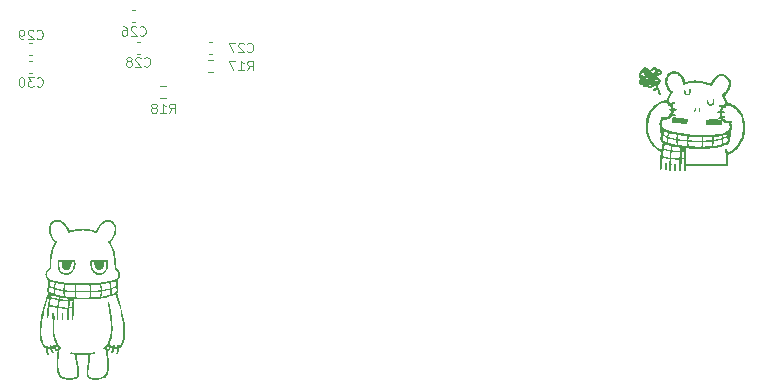
<source format=gbo>
G04 #@! TF.GenerationSoftware,KiCad,Pcbnew,9.0.2*
G04 #@! TF.CreationDate,2025-06-18T11:41:48+09:00*
G04 #@! TF.ProjectId,Work,576f726b-2e6b-4696-9361-645f70636258,rev?*
G04 #@! TF.SameCoordinates,PX4cc5520PY8e93060*
G04 #@! TF.FileFunction,Legend,Bot*
G04 #@! TF.FilePolarity,Positive*
%FSLAX46Y46*%
G04 Gerber Fmt 4.6, Leading zero omitted, Abs format (unit mm)*
G04 Created by KiCad (PCBNEW 9.0.2) date 2025-06-18 11:41:48*
%MOMM*%
%LPD*%
G01*
G04 APERTURE LIST*
%ADD10C,0.120000*%
%ADD11C,0.000000*%
G04 APERTURE END LIST*
D10*
X26014285Y30736145D02*
X26280952Y31117098D01*
X26471428Y30736145D02*
X26471428Y31536145D01*
X26471428Y31536145D02*
X26166666Y31536145D01*
X26166666Y31536145D02*
X26090476Y31498050D01*
X26090476Y31498050D02*
X26052381Y31459955D01*
X26052381Y31459955D02*
X26014285Y31383764D01*
X26014285Y31383764D02*
X26014285Y31269479D01*
X26014285Y31269479D02*
X26052381Y31193288D01*
X26052381Y31193288D02*
X26090476Y31155193D01*
X26090476Y31155193D02*
X26166666Y31117098D01*
X26166666Y31117098D02*
X26471428Y31117098D01*
X25252381Y30736145D02*
X25709524Y30736145D01*
X25480952Y30736145D02*
X25480952Y31536145D01*
X25480952Y31536145D02*
X25557143Y31421860D01*
X25557143Y31421860D02*
X25633333Y31345669D01*
X25633333Y31345669D02*
X25709524Y31307574D01*
X24985714Y31536145D02*
X24452380Y31536145D01*
X24452380Y31536145D02*
X24795238Y30736145D01*
X19414285Y27106145D02*
X19680952Y27487098D01*
X19871428Y27106145D02*
X19871428Y27906145D01*
X19871428Y27906145D02*
X19566666Y27906145D01*
X19566666Y27906145D02*
X19490476Y27868050D01*
X19490476Y27868050D02*
X19452381Y27829955D01*
X19452381Y27829955D02*
X19414285Y27753764D01*
X19414285Y27753764D02*
X19414285Y27639479D01*
X19414285Y27639479D02*
X19452381Y27563288D01*
X19452381Y27563288D02*
X19490476Y27525193D01*
X19490476Y27525193D02*
X19566666Y27487098D01*
X19566666Y27487098D02*
X19871428Y27487098D01*
X18652381Y27106145D02*
X19109524Y27106145D01*
X18880952Y27106145D02*
X18880952Y27906145D01*
X18880952Y27906145D02*
X18957143Y27791860D01*
X18957143Y27791860D02*
X19033333Y27715669D01*
X19033333Y27715669D02*
X19109524Y27677574D01*
X18195238Y27563288D02*
X18271428Y27601383D01*
X18271428Y27601383D02*
X18309523Y27639479D01*
X18309523Y27639479D02*
X18347619Y27715669D01*
X18347619Y27715669D02*
X18347619Y27753764D01*
X18347619Y27753764D02*
X18309523Y27829955D01*
X18309523Y27829955D02*
X18271428Y27868050D01*
X18271428Y27868050D02*
X18195238Y27906145D01*
X18195238Y27906145D02*
X18042857Y27906145D01*
X18042857Y27906145D02*
X17966666Y27868050D01*
X17966666Y27868050D02*
X17928571Y27829955D01*
X17928571Y27829955D02*
X17890476Y27753764D01*
X17890476Y27753764D02*
X17890476Y27715669D01*
X17890476Y27715669D02*
X17928571Y27639479D01*
X17928571Y27639479D02*
X17966666Y27601383D01*
X17966666Y27601383D02*
X18042857Y27563288D01*
X18042857Y27563288D02*
X18195238Y27563288D01*
X18195238Y27563288D02*
X18271428Y27525193D01*
X18271428Y27525193D02*
X18309523Y27487098D01*
X18309523Y27487098D02*
X18347619Y27410907D01*
X18347619Y27410907D02*
X18347619Y27258526D01*
X18347619Y27258526D02*
X18309523Y27182336D01*
X18309523Y27182336D02*
X18271428Y27144240D01*
X18271428Y27144240D02*
X18195238Y27106145D01*
X18195238Y27106145D02*
X18042857Y27106145D01*
X18042857Y27106145D02*
X17966666Y27144240D01*
X17966666Y27144240D02*
X17928571Y27182336D01*
X17928571Y27182336D02*
X17890476Y27258526D01*
X17890476Y27258526D02*
X17890476Y27410907D01*
X17890476Y27410907D02*
X17928571Y27487098D01*
X17928571Y27487098D02*
X17966666Y27525193D01*
X17966666Y27525193D02*
X18042857Y27563288D01*
X17314285Y31112336D02*
X17352381Y31074240D01*
X17352381Y31074240D02*
X17466666Y31036145D01*
X17466666Y31036145D02*
X17542857Y31036145D01*
X17542857Y31036145D02*
X17657143Y31074240D01*
X17657143Y31074240D02*
X17733333Y31150431D01*
X17733333Y31150431D02*
X17771428Y31226621D01*
X17771428Y31226621D02*
X17809524Y31379002D01*
X17809524Y31379002D02*
X17809524Y31493288D01*
X17809524Y31493288D02*
X17771428Y31645669D01*
X17771428Y31645669D02*
X17733333Y31721860D01*
X17733333Y31721860D02*
X17657143Y31798050D01*
X17657143Y31798050D02*
X17542857Y31836145D01*
X17542857Y31836145D02*
X17466666Y31836145D01*
X17466666Y31836145D02*
X17352381Y31798050D01*
X17352381Y31798050D02*
X17314285Y31759955D01*
X17009524Y31759955D02*
X16971428Y31798050D01*
X16971428Y31798050D02*
X16895238Y31836145D01*
X16895238Y31836145D02*
X16704762Y31836145D01*
X16704762Y31836145D02*
X16628571Y31798050D01*
X16628571Y31798050D02*
X16590476Y31759955D01*
X16590476Y31759955D02*
X16552381Y31683764D01*
X16552381Y31683764D02*
X16552381Y31607574D01*
X16552381Y31607574D02*
X16590476Y31493288D01*
X16590476Y31493288D02*
X17047619Y31036145D01*
X17047619Y31036145D02*
X16552381Y31036145D01*
X16095238Y31493288D02*
X16171428Y31531383D01*
X16171428Y31531383D02*
X16209523Y31569479D01*
X16209523Y31569479D02*
X16247619Y31645669D01*
X16247619Y31645669D02*
X16247619Y31683764D01*
X16247619Y31683764D02*
X16209523Y31759955D01*
X16209523Y31759955D02*
X16171428Y31798050D01*
X16171428Y31798050D02*
X16095238Y31836145D01*
X16095238Y31836145D02*
X15942857Y31836145D01*
X15942857Y31836145D02*
X15866666Y31798050D01*
X15866666Y31798050D02*
X15828571Y31759955D01*
X15828571Y31759955D02*
X15790476Y31683764D01*
X15790476Y31683764D02*
X15790476Y31645669D01*
X15790476Y31645669D02*
X15828571Y31569479D01*
X15828571Y31569479D02*
X15866666Y31531383D01*
X15866666Y31531383D02*
X15942857Y31493288D01*
X15942857Y31493288D02*
X16095238Y31493288D01*
X16095238Y31493288D02*
X16171428Y31455193D01*
X16171428Y31455193D02*
X16209523Y31417098D01*
X16209523Y31417098D02*
X16247619Y31340907D01*
X16247619Y31340907D02*
X16247619Y31188526D01*
X16247619Y31188526D02*
X16209523Y31112336D01*
X16209523Y31112336D02*
X16171428Y31074240D01*
X16171428Y31074240D02*
X16095238Y31036145D01*
X16095238Y31036145D02*
X15942857Y31036145D01*
X15942857Y31036145D02*
X15866666Y31074240D01*
X15866666Y31074240D02*
X15828571Y31112336D01*
X15828571Y31112336D02*
X15790476Y31188526D01*
X15790476Y31188526D02*
X15790476Y31340907D01*
X15790476Y31340907D02*
X15828571Y31417098D01*
X15828571Y31417098D02*
X15866666Y31455193D01*
X15866666Y31455193D02*
X15942857Y31493288D01*
X8214285Y29412336D02*
X8252381Y29374240D01*
X8252381Y29374240D02*
X8366666Y29336145D01*
X8366666Y29336145D02*
X8442857Y29336145D01*
X8442857Y29336145D02*
X8557143Y29374240D01*
X8557143Y29374240D02*
X8633333Y29450431D01*
X8633333Y29450431D02*
X8671428Y29526621D01*
X8671428Y29526621D02*
X8709524Y29679002D01*
X8709524Y29679002D02*
X8709524Y29793288D01*
X8709524Y29793288D02*
X8671428Y29945669D01*
X8671428Y29945669D02*
X8633333Y30021860D01*
X8633333Y30021860D02*
X8557143Y30098050D01*
X8557143Y30098050D02*
X8442857Y30136145D01*
X8442857Y30136145D02*
X8366666Y30136145D01*
X8366666Y30136145D02*
X8252381Y30098050D01*
X8252381Y30098050D02*
X8214285Y30059955D01*
X7947619Y30136145D02*
X7452381Y30136145D01*
X7452381Y30136145D02*
X7719047Y29831383D01*
X7719047Y29831383D02*
X7604762Y29831383D01*
X7604762Y29831383D02*
X7528571Y29793288D01*
X7528571Y29793288D02*
X7490476Y29755193D01*
X7490476Y29755193D02*
X7452381Y29679002D01*
X7452381Y29679002D02*
X7452381Y29488526D01*
X7452381Y29488526D02*
X7490476Y29412336D01*
X7490476Y29412336D02*
X7528571Y29374240D01*
X7528571Y29374240D02*
X7604762Y29336145D01*
X7604762Y29336145D02*
X7833333Y29336145D01*
X7833333Y29336145D02*
X7909524Y29374240D01*
X7909524Y29374240D02*
X7947619Y29412336D01*
X6957142Y30136145D02*
X6880952Y30136145D01*
X6880952Y30136145D02*
X6804761Y30098050D01*
X6804761Y30098050D02*
X6766666Y30059955D01*
X6766666Y30059955D02*
X6728571Y29983764D01*
X6728571Y29983764D02*
X6690476Y29831383D01*
X6690476Y29831383D02*
X6690476Y29640907D01*
X6690476Y29640907D02*
X6728571Y29488526D01*
X6728571Y29488526D02*
X6766666Y29412336D01*
X6766666Y29412336D02*
X6804761Y29374240D01*
X6804761Y29374240D02*
X6880952Y29336145D01*
X6880952Y29336145D02*
X6957142Y29336145D01*
X6957142Y29336145D02*
X7033333Y29374240D01*
X7033333Y29374240D02*
X7071428Y29412336D01*
X7071428Y29412336D02*
X7109523Y29488526D01*
X7109523Y29488526D02*
X7147619Y29640907D01*
X7147619Y29640907D02*
X7147619Y29831383D01*
X7147619Y29831383D02*
X7109523Y29983764D01*
X7109523Y29983764D02*
X7071428Y30059955D01*
X7071428Y30059955D02*
X7033333Y30098050D01*
X7033333Y30098050D02*
X6957142Y30136145D01*
X26014285Y32312336D02*
X26052381Y32274240D01*
X26052381Y32274240D02*
X26166666Y32236145D01*
X26166666Y32236145D02*
X26242857Y32236145D01*
X26242857Y32236145D02*
X26357143Y32274240D01*
X26357143Y32274240D02*
X26433333Y32350431D01*
X26433333Y32350431D02*
X26471428Y32426621D01*
X26471428Y32426621D02*
X26509524Y32579002D01*
X26509524Y32579002D02*
X26509524Y32693288D01*
X26509524Y32693288D02*
X26471428Y32845669D01*
X26471428Y32845669D02*
X26433333Y32921860D01*
X26433333Y32921860D02*
X26357143Y32998050D01*
X26357143Y32998050D02*
X26242857Y33036145D01*
X26242857Y33036145D02*
X26166666Y33036145D01*
X26166666Y33036145D02*
X26052381Y32998050D01*
X26052381Y32998050D02*
X26014285Y32959955D01*
X25709524Y32959955D02*
X25671428Y32998050D01*
X25671428Y32998050D02*
X25595238Y33036145D01*
X25595238Y33036145D02*
X25404762Y33036145D01*
X25404762Y33036145D02*
X25328571Y32998050D01*
X25328571Y32998050D02*
X25290476Y32959955D01*
X25290476Y32959955D02*
X25252381Y32883764D01*
X25252381Y32883764D02*
X25252381Y32807574D01*
X25252381Y32807574D02*
X25290476Y32693288D01*
X25290476Y32693288D02*
X25747619Y32236145D01*
X25747619Y32236145D02*
X25252381Y32236145D01*
X24985714Y33036145D02*
X24452380Y33036145D01*
X24452380Y33036145D02*
X24795238Y32236145D01*
X16914285Y33712336D02*
X16952381Y33674240D01*
X16952381Y33674240D02*
X17066666Y33636145D01*
X17066666Y33636145D02*
X17142857Y33636145D01*
X17142857Y33636145D02*
X17257143Y33674240D01*
X17257143Y33674240D02*
X17333333Y33750431D01*
X17333333Y33750431D02*
X17371428Y33826621D01*
X17371428Y33826621D02*
X17409524Y33979002D01*
X17409524Y33979002D02*
X17409524Y34093288D01*
X17409524Y34093288D02*
X17371428Y34245669D01*
X17371428Y34245669D02*
X17333333Y34321860D01*
X17333333Y34321860D02*
X17257143Y34398050D01*
X17257143Y34398050D02*
X17142857Y34436145D01*
X17142857Y34436145D02*
X17066666Y34436145D01*
X17066666Y34436145D02*
X16952381Y34398050D01*
X16952381Y34398050D02*
X16914285Y34359955D01*
X16609524Y34359955D02*
X16571428Y34398050D01*
X16571428Y34398050D02*
X16495238Y34436145D01*
X16495238Y34436145D02*
X16304762Y34436145D01*
X16304762Y34436145D02*
X16228571Y34398050D01*
X16228571Y34398050D02*
X16190476Y34359955D01*
X16190476Y34359955D02*
X16152381Y34283764D01*
X16152381Y34283764D02*
X16152381Y34207574D01*
X16152381Y34207574D02*
X16190476Y34093288D01*
X16190476Y34093288D02*
X16647619Y33636145D01*
X16647619Y33636145D02*
X16152381Y33636145D01*
X15466666Y34436145D02*
X15619047Y34436145D01*
X15619047Y34436145D02*
X15695238Y34398050D01*
X15695238Y34398050D02*
X15733333Y34359955D01*
X15733333Y34359955D02*
X15809523Y34245669D01*
X15809523Y34245669D02*
X15847619Y34093288D01*
X15847619Y34093288D02*
X15847619Y33788526D01*
X15847619Y33788526D02*
X15809523Y33712336D01*
X15809523Y33712336D02*
X15771428Y33674240D01*
X15771428Y33674240D02*
X15695238Y33636145D01*
X15695238Y33636145D02*
X15542857Y33636145D01*
X15542857Y33636145D02*
X15466666Y33674240D01*
X15466666Y33674240D02*
X15428571Y33712336D01*
X15428571Y33712336D02*
X15390476Y33788526D01*
X15390476Y33788526D02*
X15390476Y33979002D01*
X15390476Y33979002D02*
X15428571Y34055193D01*
X15428571Y34055193D02*
X15466666Y34093288D01*
X15466666Y34093288D02*
X15542857Y34131383D01*
X15542857Y34131383D02*
X15695238Y34131383D01*
X15695238Y34131383D02*
X15771428Y34093288D01*
X15771428Y34093288D02*
X15809523Y34055193D01*
X15809523Y34055193D02*
X15847619Y33979002D01*
X8214285Y33412336D02*
X8252381Y33374240D01*
X8252381Y33374240D02*
X8366666Y33336145D01*
X8366666Y33336145D02*
X8442857Y33336145D01*
X8442857Y33336145D02*
X8557143Y33374240D01*
X8557143Y33374240D02*
X8633333Y33450431D01*
X8633333Y33450431D02*
X8671428Y33526621D01*
X8671428Y33526621D02*
X8709524Y33679002D01*
X8709524Y33679002D02*
X8709524Y33793288D01*
X8709524Y33793288D02*
X8671428Y33945669D01*
X8671428Y33945669D02*
X8633333Y34021860D01*
X8633333Y34021860D02*
X8557143Y34098050D01*
X8557143Y34098050D02*
X8442857Y34136145D01*
X8442857Y34136145D02*
X8366666Y34136145D01*
X8366666Y34136145D02*
X8252381Y34098050D01*
X8252381Y34098050D02*
X8214285Y34059955D01*
X7909524Y34059955D02*
X7871428Y34098050D01*
X7871428Y34098050D02*
X7795238Y34136145D01*
X7795238Y34136145D02*
X7604762Y34136145D01*
X7604762Y34136145D02*
X7528571Y34098050D01*
X7528571Y34098050D02*
X7490476Y34059955D01*
X7490476Y34059955D02*
X7452381Y33983764D01*
X7452381Y33983764D02*
X7452381Y33907574D01*
X7452381Y33907574D02*
X7490476Y33793288D01*
X7490476Y33793288D02*
X7947619Y33336145D01*
X7947619Y33336145D02*
X7452381Y33336145D01*
X7071428Y33336145D02*
X6919047Y33336145D01*
X6919047Y33336145D02*
X6842857Y33374240D01*
X6842857Y33374240D02*
X6804761Y33412336D01*
X6804761Y33412336D02*
X6728571Y33526621D01*
X6728571Y33526621D02*
X6690476Y33679002D01*
X6690476Y33679002D02*
X6690476Y33983764D01*
X6690476Y33983764D02*
X6728571Y34059955D01*
X6728571Y34059955D02*
X6766666Y34098050D01*
X6766666Y34098050D02*
X6842857Y34136145D01*
X6842857Y34136145D02*
X6995238Y34136145D01*
X6995238Y34136145D02*
X7071428Y34098050D01*
X7071428Y34098050D02*
X7109523Y34059955D01*
X7109523Y34059955D02*
X7147619Y33983764D01*
X7147619Y33983764D02*
X7147619Y33793288D01*
X7147619Y33793288D02*
X7109523Y33717098D01*
X7109523Y33717098D02*
X7071428Y33679002D01*
X7071428Y33679002D02*
X6995238Y33640907D01*
X6995238Y33640907D02*
X6842857Y33640907D01*
X6842857Y33640907D02*
X6766666Y33679002D01*
X6766666Y33679002D02*
X6728571Y33717098D01*
X6728571Y33717098D02*
X6690476Y33793288D01*
X23137258Y31622500D02*
X22662742Y31622500D01*
X23137258Y30577500D02*
X22662742Y30577500D01*
X18662742Y29422500D02*
X19137258Y29422500D01*
X18662742Y28377500D02*
X19137258Y28377500D01*
X16659420Y33110000D02*
X16940580Y33110000D01*
X16659420Y32090000D02*
X16940580Y32090000D01*
X7559420Y31510000D02*
X7840580Y31510000D01*
X7559420Y30490000D02*
X7840580Y30490000D01*
X23040580Y33110000D02*
X22759420Y33110000D01*
X23040580Y32090000D02*
X22759420Y32090000D01*
D11*
G36*
X64371918Y27373616D02*
G01*
X64372904Y27318649D01*
X64372813Y27257522D01*
X64371349Y27212223D01*
X64368638Y27189830D01*
X64363746Y27181616D01*
X64339186Y27170702D01*
X64308812Y27177380D01*
X64285118Y27200113D01*
X64281637Y27210129D01*
X64275888Y27250499D01*
X64272974Y27310722D01*
X64273338Y27383899D01*
X64277614Y27537685D01*
X64322623Y27537685D01*
X64367632Y27537685D01*
X64371918Y27373616D01*
G37*
G36*
X63975715Y27552549D02*
G01*
X63990705Y27534344D01*
X63997284Y27495263D01*
X63997388Y27458496D01*
X63993580Y27404358D01*
X63986886Y27343584D01*
X63978477Y27285320D01*
X63969521Y27238715D01*
X63961188Y27212914D01*
X63940335Y27201205D01*
X63908588Y27203864D01*
X63881847Y27220440D01*
X63876197Y27230372D01*
X63872512Y27264151D01*
X63880010Y27320007D01*
X63884461Y27346187D01*
X63892130Y27408254D01*
X63895268Y27460967D01*
X63895806Y27482174D01*
X63903916Y27530344D01*
X63923489Y27554370D01*
X63956747Y27557751D01*
X63975715Y27552549D01*
G37*
G36*
X62285030Y22789203D02*
G01*
X62298017Y22781011D01*
X62315533Y22763859D01*
X62328568Y22738623D01*
X62338082Y22700918D01*
X62345034Y22646361D01*
X62350383Y22570567D01*
X62355090Y22469153D01*
X62356377Y22437255D01*
X62358961Y22363738D01*
X62359407Y22312809D01*
X62357089Y22278988D01*
X62351383Y22256792D01*
X62341665Y22240742D01*
X62327310Y22225355D01*
X62288047Y22196792D01*
X62244269Y22192587D01*
X62197616Y22217788D01*
X62196740Y22218497D01*
X62184156Y22229835D01*
X62175072Y22243355D01*
X62168917Y22263692D01*
X62165122Y22295487D01*
X62163117Y22343374D01*
X62162332Y22411993D01*
X62162197Y22505979D01*
X62162197Y22765516D01*
X62203456Y22788635D01*
X62225989Y22799982D01*
X62252815Y22803367D01*
X62285030Y22789203D01*
G37*
G36*
X61521234Y22840910D02*
G01*
X61530583Y22833780D01*
X61540359Y22822089D01*
X61547042Y22803968D01*
X61551219Y22774701D01*
X61553476Y22729575D01*
X61554400Y22663872D01*
X61554578Y22572880D01*
X61554543Y22532339D01*
X61553976Y22451162D01*
X61552272Y22392892D01*
X61548868Y22352478D01*
X61543203Y22324867D01*
X61534714Y22305010D01*
X61522837Y22287853D01*
X61503286Y22268662D01*
X61458866Y22251330D01*
X61412728Y22259942D01*
X61373065Y22294153D01*
X61370475Y22297857D01*
X61361175Y22314781D01*
X61355149Y22336397D01*
X61352130Y22367756D01*
X61351850Y22413907D01*
X61354042Y22479901D01*
X61358440Y22570789D01*
X61360327Y22606885D01*
X61365025Y22687523D01*
X61369663Y22744790D01*
X61375076Y22783534D01*
X61382100Y22808600D01*
X61391570Y22824837D01*
X61404320Y22837091D01*
X61431363Y22854884D01*
X61474705Y22862117D01*
X61521234Y22840910D01*
G37*
G36*
X65505621Y28274804D02*
G01*
X65527007Y28256225D01*
X65539423Y28218434D01*
X65544015Y28158003D01*
X65541928Y28071507D01*
X65530884Y27965805D01*
X65504445Y27866803D01*
X65462638Y27791932D01*
X65404696Y27739883D01*
X65329851Y27709345D01*
X65321213Y27707453D01*
X65243548Y27703483D01*
X65162567Y27717913D01*
X65093342Y27748263D01*
X65067416Y27768381D01*
X65018228Y27830868D01*
X64982885Y27913120D01*
X64964345Y28009154D01*
X64960741Y28080289D01*
X64966236Y28134778D01*
X64982437Y28165602D01*
X65010044Y28175310D01*
X65019239Y28174974D01*
X65054712Y28162335D01*
X65074295Y28128860D01*
X65080356Y28071040D01*
X65082618Y28020444D01*
X65100289Y27935306D01*
X65134963Y27873373D01*
X65186012Y27835550D01*
X65252806Y27822741D01*
X65284679Y27825013D01*
X65337471Y27843752D01*
X65377262Y27883115D01*
X65405169Y27945137D01*
X65422310Y28031855D01*
X65429801Y28145304D01*
X65429803Y28145384D01*
X65431634Y28207153D01*
X65434861Y28245087D01*
X65441502Y28265347D01*
X65453572Y28274091D01*
X65473090Y28277479D01*
X65474123Y28277594D01*
X65505621Y28274804D01*
G37*
G36*
X63537152Y29160970D02*
G01*
X63560044Y29143814D01*
X63573479Y29107305D01*
X63578614Y29048092D01*
X63576603Y28962827D01*
X63563616Y28847049D01*
X63535466Y28747669D01*
X63492600Y28674365D01*
X63434997Y28627087D01*
X63378286Y28606717D01*
X63305566Y28596789D01*
X63233892Y28600177D01*
X63175939Y28617359D01*
X63175358Y28617660D01*
X63106791Y28669471D01*
X63059336Y28742547D01*
X63033037Y28836784D01*
X63027941Y28952080D01*
X63032369Y29052983D01*
X63077378Y29052983D01*
X63085632Y29052933D01*
X63106887Y29050087D01*
X63119181Y29037880D01*
X63126506Y29009482D01*
X63132856Y28958062D01*
X63135524Y28935378D01*
X63150895Y28847043D01*
X63172935Y28784310D01*
X63204051Y28743748D01*
X63246652Y28721928D01*
X63303145Y28715417D01*
X63308900Y28715469D01*
X63359528Y28723795D01*
X63395090Y28749173D01*
X63403108Y28758343D01*
X63422905Y28785800D01*
X63436689Y28817235D01*
X63446100Y28859156D01*
X63452772Y28918066D01*
X63458346Y29000473D01*
X63461026Y29045907D01*
X63465088Y29100592D01*
X63470116Y29134118D01*
X63477781Y29151976D01*
X63489753Y29159658D01*
X63507703Y29162654D01*
X63537152Y29160970D01*
G37*
G36*
X62654900Y26673265D02*
G01*
X62794370Y26660742D01*
X62922627Y26648828D01*
X63026114Y26638624D01*
X63107533Y26629787D01*
X63169586Y26621972D01*
X63214974Y26614838D01*
X63246399Y26608041D01*
X63266563Y26601237D01*
X63278166Y26594084D01*
X63280019Y26592376D01*
X63292179Y26577705D01*
X63299664Y26557353D01*
X63303207Y26525252D01*
X63303539Y26475332D01*
X63301393Y26401526D01*
X63301063Y26392586D01*
X63296982Y26315439D01*
X63291071Y26262448D01*
X63282479Y26228290D01*
X63270353Y26207644D01*
X63269123Y26206323D01*
X63233689Y26186220D01*
X63176322Y26179813D01*
X63150983Y26180438D01*
X63093626Y26183570D01*
X63016194Y26188986D01*
X62922851Y26196295D01*
X62817763Y26205105D01*
X62705095Y26215027D01*
X62589013Y26225667D01*
X62473682Y26236635D01*
X62363267Y26247540D01*
X62261935Y26257991D01*
X62173849Y26267595D01*
X62103176Y26275963D01*
X62054082Y26282702D01*
X62030731Y26287421D01*
X62002740Y26304185D01*
X61982898Y26337005D01*
X61977825Y26387766D01*
X61986320Y26461168D01*
X61991436Y26497435D01*
X61995496Y26552779D01*
X61994085Y26593844D01*
X61993517Y26597886D01*
X61997292Y26641105D01*
X62023886Y26683121D01*
X62060807Y26726045D01*
X62654900Y26673265D01*
G37*
G36*
X65565377Y26554704D02*
G01*
X65694913Y26554200D01*
X65814057Y26553233D01*
X65919540Y26551862D01*
X66008093Y26550145D01*
X66076448Y26548141D01*
X66121335Y26545910D01*
X66139485Y26543509D01*
X66162326Y26519990D01*
X66180783Y26466784D01*
X66180661Y26393913D01*
X66179121Y26376421D01*
X66180082Y26316409D01*
X66189185Y26266389D01*
X66196812Y26206798D01*
X66179758Y26156743D01*
X66140019Y26122450D01*
X66131289Y26120194D01*
X66092263Y26116224D01*
X66025256Y26112844D01*
X65931603Y26110088D01*
X65812637Y26107992D01*
X65669693Y26106591D01*
X65504105Y26105918D01*
X65451110Y26105835D01*
X65309512Y26105719D01*
X65194125Y26105906D01*
X65102097Y26106515D01*
X65030574Y26107668D01*
X64976705Y26109487D01*
X64937637Y26112093D01*
X64910517Y26115608D01*
X64892492Y26120153D01*
X64880711Y26125850D01*
X64872320Y26132819D01*
X64871828Y26133314D01*
X64859859Y26149146D01*
X64852067Y26171550D01*
X64847703Y26206379D01*
X64846021Y26259485D01*
X64846273Y26336721D01*
X64846409Y26348767D01*
X64847874Y26421713D01*
X64850791Y26471058D01*
X64856041Y26502438D01*
X64864503Y26521490D01*
X64877057Y26533849D01*
X64885870Y26538215D01*
X64905275Y26542851D01*
X64936347Y26546582D01*
X64981705Y26549493D01*
X65043968Y26551670D01*
X65125757Y26553200D01*
X65229691Y26554168D01*
X65358391Y26554660D01*
X65514474Y26554762D01*
X65565377Y26554704D01*
G37*
G36*
X61136210Y30689506D02*
G01*
X61136959Y30688265D01*
X61159754Y30624281D01*
X61161092Y30576362D01*
X61161758Y30552485D01*
X61142535Y30486807D01*
X61130812Y30467432D01*
X61079671Y30411638D01*
X61068289Y30403249D01*
X61007173Y30358202D01*
X60919587Y30311283D01*
X60823184Y30275039D01*
X60805360Y30268978D01*
X60772466Y30252648D01*
X60759857Y30238216D01*
X60759421Y30237717D01*
X60757453Y30218592D01*
X60756702Y30211298D01*
X60750044Y30172578D01*
X60746432Y30149841D01*
X60750362Y30130329D01*
X60769612Y30125694D01*
X60795721Y30120506D01*
X60844122Y30096673D01*
X60897099Y30058895D01*
X60946623Y30013152D01*
X60950726Y30008005D01*
X60984668Y29965428D01*
X61015188Y29900386D01*
X61026901Y29817999D01*
X61026235Y29814586D01*
X61011087Y29736937D01*
X60980857Y29683107D01*
X60968724Y29661503D01*
X60951312Y29644714D01*
X60900790Y29596000D01*
X60898866Y29594586D01*
X60862901Y29566377D01*
X60843983Y29542366D01*
X60836546Y29511151D01*
X60835021Y29461332D01*
X60833304Y29426592D01*
X60824888Y29367117D01*
X60811932Y29320722D01*
X60795937Y29280471D01*
X60792824Y29255997D01*
X60806332Y29239411D01*
X60839240Y29220517D01*
X60865262Y29204277D01*
X60898440Y29171685D01*
X60923430Y29126103D01*
X60943002Y29061860D01*
X60959924Y28973284D01*
X60962654Y28957158D01*
X60977901Y28885713D01*
X60995686Y28825088D01*
X61013312Y28784806D01*
X61036040Y28737985D01*
X61042010Y28683090D01*
X61019648Y28637832D01*
X61004185Y28624109D01*
X60961236Y28609918D01*
X60915881Y28621927D01*
X60874779Y28659156D01*
X60854695Y28689038D01*
X60827429Y28745322D01*
X60806346Y28815544D01*
X60788663Y28907734D01*
X60779329Y28960434D01*
X60763257Y29018315D01*
X60741177Y29050292D01*
X60708639Y29058833D01*
X60661193Y29046405D01*
X60594389Y29015476D01*
X60548481Y28993889D01*
X60505725Y28976954D01*
X60479725Y28970467D01*
X60477945Y28970495D01*
X60439331Y28985047D01*
X60410610Y29020089D01*
X60399358Y29066561D01*
X60399760Y29076392D01*
X60408275Y29106320D01*
X60431718Y29137787D01*
X60475159Y29178267D01*
X60547457Y29249376D01*
X60607206Y29332372D01*
X60639478Y29413409D01*
X60641115Y29420747D01*
X60646201Y29452167D01*
X60639978Y29462891D01*
X60621070Y29460317D01*
X60619358Y29460084D01*
X60612961Y29458571D01*
X60572725Y29450445D01*
X60524780Y29442124D01*
X60512626Y29439949D01*
X60469715Y29424360D01*
X60446559Y29396886D01*
X60430595Y29370241D01*
X60379891Y29322542D01*
X60310294Y29284538D01*
X60228588Y29257615D01*
X60141559Y29243162D01*
X60055991Y29242564D01*
X59978669Y29257210D01*
X59916378Y29288487D01*
X59912062Y29291761D01*
X59879700Y29313347D01*
X59858160Y29317440D01*
X59837029Y29306389D01*
X59813619Y29294877D01*
X59759869Y29286470D01*
X59698059Y29291557D01*
X59639824Y29309930D01*
X59615323Y29324630D01*
X59570978Y29359978D01*
X59528823Y29402017D01*
X59493319Y29438749D01*
X59456050Y29464504D01*
X59417472Y29474348D01*
X59357634Y29487017D01*
X59293057Y29522059D01*
X59281734Y29535469D01*
X59667914Y29535469D01*
X59685881Y29511489D01*
X59692256Y29504676D01*
X59719908Y29483310D01*
X59734885Y29488685D01*
X59735974Y29510715D01*
X60011517Y29510715D01*
X60014524Y29464550D01*
X60038293Y29436086D01*
X60041102Y29434648D01*
X60095786Y29422842D01*
X60166805Y29431253D01*
X60182153Y29436048D01*
X60206273Y29448511D01*
X60217432Y29460317D01*
X60208464Y29465564D01*
X60199807Y29467269D01*
X60168665Y29485541D01*
X60132178Y29517421D01*
X60098832Y29554877D01*
X60077115Y29589875D01*
X60058917Y29633157D01*
X60034095Y29580850D01*
X60029391Y29570505D01*
X60014492Y29520668D01*
X60011517Y29510715D01*
X59735974Y29510715D01*
X59736466Y29520668D01*
X59729980Y29548047D01*
X59710752Y29565901D01*
X59679805Y29556254D01*
X59671246Y29549890D01*
X59667914Y29535469D01*
X59281734Y29535469D01*
X59248703Y29574590D01*
X59243813Y29585372D01*
X59230856Y29639091D01*
X59228629Y29664637D01*
X60257403Y29664637D01*
X60267493Y29643323D01*
X60299187Y29630830D01*
X60318225Y29643559D01*
X60319836Y29653987D01*
X60519374Y29653987D01*
X60521210Y29642809D01*
X60534377Y29630597D01*
X60537937Y29631001D01*
X60549380Y29644714D01*
X60548808Y29648923D01*
X60534377Y29668104D01*
X60526647Y29669516D01*
X60519374Y29653987D01*
X60319836Y29653987D01*
X60324336Y29683107D01*
X60324263Y29689505D01*
X60318267Y29724727D01*
X60301460Y29735617D01*
X60301355Y29735617D01*
X60278989Y29723431D01*
X60262787Y29695555D01*
X60257403Y29664637D01*
X59228629Y29664637D01*
X59224682Y29709928D01*
X59224932Y29740254D01*
X59409385Y29740254D01*
X59409712Y29725241D01*
X59414330Y29687941D01*
X59422711Y29668999D01*
X59427131Y29671090D01*
X59434633Y29692906D01*
X59441032Y29729452D01*
X59445175Y29771080D01*
X59445908Y29808141D01*
X59442078Y29830988D01*
X59431648Y29836211D01*
X59421015Y29818495D01*
X59412783Y29784259D01*
X59409385Y29740254D01*
X59224932Y29740254D01*
X59225329Y29788434D01*
X59232836Y29865160D01*
X59240136Y29898349D01*
X60501412Y29898349D01*
X60562147Y29868300D01*
X60588203Y29853708D01*
X60640480Y29818522D01*
X60653552Y29808141D01*
X60689703Y29779432D01*
X60720002Y29753345D01*
X60749137Y29729721D01*
X60762859Y29720614D01*
X60762890Y29720615D01*
X60778659Y29731650D01*
X60802183Y29757789D01*
X60825165Y29788833D01*
X60839309Y29814586D01*
X60835632Y29845939D01*
X60806558Y29888157D01*
X60802266Y29892886D01*
X60771248Y29920180D01*
X60735286Y29934787D01*
X60681879Y29942119D01*
X60667601Y29943127D01*
X60601894Y29940709D01*
X60550355Y29923658D01*
X60501412Y29898349D01*
X59240136Y29898349D01*
X59247242Y29930656D01*
X59251494Y29944484D01*
X59256015Y29965122D01*
X59758718Y29965122D01*
X59777800Y29939229D01*
X59795100Y29925488D01*
X59819058Y29916399D01*
X59822679Y29917184D01*
X59845501Y29933509D01*
X59876689Y29966083D01*
X59878426Y29968200D01*
X60124426Y29968200D01*
X60135627Y29964014D01*
X60170555Y29976132D01*
X60191310Y29987006D01*
X60203062Y30008005D01*
X60185248Y30032821D01*
X60179496Y30036618D01*
X60161920Y30033363D01*
X60140937Y30004652D01*
X60133739Y29991786D01*
X60124426Y29968200D01*
X59878426Y29968200D01*
X59911483Y30008501D01*
X59945121Y30054356D01*
X59972843Y30097240D01*
X59989889Y30130747D01*
X59991498Y30148471D01*
X59975545Y30151097D01*
X59940999Y30140319D01*
X59896911Y30117980D01*
X59850876Y30088026D01*
X59810485Y30054404D01*
X59785248Y30028175D01*
X59780269Y30023000D01*
X59758929Y29990887D01*
X59758718Y29965122D01*
X59256015Y29965122D01*
X59260420Y29985230D01*
X59257008Y30019023D01*
X59253504Y30028175D01*
X59484170Y30028175D01*
X59491672Y30020674D01*
X59499173Y30028175D01*
X59491672Y30035676D01*
X59484170Y30028175D01*
X59253504Y30028175D01*
X59240399Y30062408D01*
X59226749Y30102720D01*
X59212475Y30165743D01*
X59203594Y30230393D01*
X59201308Y30275399D01*
X59203678Y30307192D01*
X59384839Y30307192D01*
X59388866Y30267860D01*
X59392658Y30259630D01*
X59404562Y30254310D01*
X59429019Y30268438D01*
X59445763Y30278720D01*
X59492081Y30290143D01*
X59539234Y30274428D01*
X59590913Y30230715D01*
X59614673Y30206242D01*
X59641025Y30180636D01*
X59653488Y30170703D01*
X59653567Y30170706D01*
X59666723Y30180774D01*
X59668377Y30182438D01*
X60310850Y30182438D01*
X60335963Y30148471D01*
X60342919Y30139063D01*
X60360146Y30118113D01*
X60385462Y30101328D01*
X60418967Y30100112D01*
X60470426Y30112424D01*
X60504565Y30128750D01*
X60542820Y30172523D01*
X60566643Y30218592D01*
X60524255Y30210256D01*
X60502428Y30206470D01*
X60452243Y30199165D01*
X60396359Y30192179D01*
X60310850Y30182438D01*
X59668377Y30182438D01*
X59690266Y30204460D01*
X59721557Y30238216D01*
X59639667Y30403249D01*
X60564383Y30403249D01*
X60571884Y30395747D01*
X60579386Y30403249D01*
X60571884Y30410750D01*
X60564383Y30403249D01*
X59639667Y30403249D01*
X59619548Y30443796D01*
X59607492Y30468055D01*
X59571585Y30539303D01*
X59545647Y30587863D01*
X59527294Y30617137D01*
X59514144Y30630529D01*
X59503816Y30631443D01*
X59493926Y30623283D01*
X59485584Y30613022D01*
X59457499Y30564977D01*
X59430928Y30502068D01*
X59408324Y30432599D01*
X59392143Y30364873D01*
X59384839Y30307192D01*
X59203678Y30307192D01*
X59211310Y30409596D01*
X59244583Y30539942D01*
X59298651Y30661616D01*
X59343068Y30727993D01*
X59702945Y30727993D01*
X59705750Y30712249D01*
X59715644Y30683842D01*
X59722884Y30664587D01*
X59746233Y30609490D01*
X59772097Y30554969D01*
X59808022Y30484282D01*
X59856304Y30544363D01*
X59899646Y30598297D01*
X60247132Y30598297D01*
X60254348Y30574631D01*
X60257255Y30567729D01*
X60282616Y30525999D01*
X60316518Y30486300D01*
X60361843Y30442598D01*
X60414802Y30516142D01*
X60759421Y30516142D01*
X60759528Y30505459D01*
X60763792Y30471858D01*
X60778040Y30458752D01*
X60807385Y30464675D01*
X60856941Y30488159D01*
X60911049Y30519568D01*
X60951508Y30550734D01*
X60970863Y30576362D01*
X60965872Y30593322D01*
X60941824Y30601366D01*
X60895123Y30605118D01*
X60842768Y30601659D01*
X60797905Y30591157D01*
X60775744Y30579550D01*
X60762587Y30557327D01*
X60759421Y30516142D01*
X60414802Y30516142D01*
X60421855Y30525937D01*
X60454354Y30568190D01*
X60492844Y30612485D01*
X60523761Y30642168D01*
X60530121Y30647241D01*
X60552835Y30670467D01*
X60559845Y30696792D01*
X60555395Y30739229D01*
X60552149Y30755620D01*
X60539382Y30792759D01*
X60524483Y30811323D01*
X60496672Y30812808D01*
X60448185Y30794765D01*
X60388747Y30756290D01*
X60322177Y30699495D01*
X60294160Y30672696D01*
X60263398Y30640627D01*
X60248935Y30618062D01*
X60247693Y30604444D01*
X60247132Y30598297D01*
X59899646Y30598297D01*
X59904586Y30604444D01*
X59818153Y30662516D01*
X59775339Y30691291D01*
X59733912Y30718311D01*
X59711056Y30730279D01*
X59702945Y30727993D01*
X59343068Y30727993D01*
X59371040Y30769795D01*
X59459275Y30859659D01*
X59560880Y30926387D01*
X59639831Y30955566D01*
X59744733Y30967033D01*
X59852583Y30950647D01*
X59960357Y30906947D01*
X60065035Y30836473D01*
X60129526Y30783628D01*
X60215196Y30859985D01*
X60287642Y30919216D01*
X60360611Y30963865D01*
X60431111Y30988382D01*
X60505770Y30995865D01*
X60568204Y30989608D01*
X60639211Y30960223D01*
X60692494Y30906637D01*
X60728251Y30828703D01*
X60744652Y30774063D01*
X60808297Y30788672D01*
X60860991Y30796475D01*
X60945592Y30793228D01*
X61024702Y30772793D01*
X61090762Y30737457D01*
X61129304Y30696792D01*
X61136210Y30689506D01*
G37*
G36*
X68204060Y25804117D02*
G01*
X68184847Y25544322D01*
X68140645Y25288215D01*
X68071259Y25039693D01*
X68060175Y25007593D01*
X67967661Y24782968D01*
X67852920Y24566626D01*
X67718591Y24361635D01*
X67567314Y24171067D01*
X67401729Y23997991D01*
X67224477Y23845477D01*
X67038196Y23716594D01*
X66845527Y23614412D01*
X66728925Y23561902D01*
X66734579Y23411873D01*
X66735774Y23352631D01*
X66735826Y23267891D01*
X66734712Y23168528D01*
X66732522Y23062455D01*
X66729347Y22957588D01*
X66725609Y22862301D01*
X66721126Y22775382D01*
X66716145Y22711225D01*
X66710261Y22665925D01*
X66703072Y22635575D01*
X66694177Y22616271D01*
X66669893Y22579209D01*
X64921490Y22579209D01*
X63173086Y22579209D01*
X63183112Y22440431D01*
X63186739Y22385370D01*
X63187976Y22337242D01*
X63184637Y22305408D01*
X63175771Y22282311D01*
X63160424Y22260396D01*
X63159914Y22259757D01*
X63118317Y22226374D01*
X63071885Y22222362D01*
X63022779Y22247917D01*
X62987360Y22276697D01*
X62990246Y22701757D01*
X62990331Y22713818D01*
X62990938Y22774247D01*
X63170717Y22774247D01*
X64844751Y22774247D01*
X65113668Y22774366D01*
X65372673Y22774743D01*
X65607178Y22775372D01*
X65816572Y22776250D01*
X66000243Y22777369D01*
X66157579Y22778726D01*
X66287969Y22780315D01*
X66390800Y22782130D01*
X66465462Y22784166D01*
X66511342Y22786418D01*
X66527828Y22788880D01*
X66529075Y22792723D01*
X66532155Y22822319D01*
X66534455Y22875779D01*
X66536008Y22948540D01*
X66536843Y23036042D01*
X66536993Y23133725D01*
X66536489Y23237027D01*
X66535361Y23341388D01*
X66533641Y23442246D01*
X66531360Y23535040D01*
X66528549Y23615210D01*
X66525240Y23678195D01*
X66521463Y23719433D01*
X66509518Y23806812D01*
X66500012Y23881776D01*
X66494671Y23935360D01*
X66493361Y23971974D01*
X66495950Y23996026D01*
X66502304Y24011928D01*
X66512292Y24024088D01*
X66512924Y24024706D01*
X66545861Y24042237D01*
X66588794Y24049498D01*
X66592345Y24049460D01*
X66632790Y24040732D01*
X66661309Y24014014D01*
X66680465Y23965402D01*
X66692820Y23890990D01*
X66698378Y23849104D01*
X66706409Y23805943D01*
X66713813Y23782327D01*
X66714744Y23781271D01*
X66734842Y23782054D01*
X66774274Y23797237D01*
X66828443Y23824243D01*
X66892750Y23860496D01*
X66962594Y23903419D01*
X67033379Y23950435D01*
X67100504Y23998968D01*
X67145126Y24034607D01*
X67242495Y24121784D01*
X67344354Y24223502D01*
X67443606Y24332165D01*
X67533157Y24440179D01*
X67605911Y24539949D01*
X67651675Y24611122D01*
X67780117Y24845128D01*
X67879586Y25086686D01*
X67950329Y25336614D01*
X67992594Y25595732D01*
X68006626Y25864855D01*
X68006442Y25897044D01*
X67990339Y26161262D01*
X67948434Y26412307D01*
X67881029Y26649290D01*
X67788427Y26871321D01*
X67670932Y27077510D01*
X67528847Y27266968D01*
X67510524Y27287552D01*
X67453195Y27345907D01*
X67382968Y27411583D01*
X67306563Y27478771D01*
X67230698Y27541661D01*
X67162092Y27594443D01*
X67107464Y27631310D01*
X67089053Y27641962D01*
X66964377Y27699420D01*
X66841423Y27731361D01*
X66723733Y27737176D01*
X66614848Y27716252D01*
X66610475Y27714786D01*
X66559222Y27695728D01*
X66532610Y27679534D01*
X66526441Y27662079D01*
X66536521Y27639237D01*
X66537372Y27637853D01*
X66550808Y27592802D01*
X66539833Y27552245D01*
X66509851Y27521758D01*
X66466266Y27506917D01*
X66414483Y27513299D01*
X66404092Y27516734D01*
X66368381Y27522431D01*
X66343425Y27511423D01*
X66332149Y27497999D01*
X66309770Y27461908D01*
X66284266Y27414343D01*
X66260287Y27364596D01*
X66242486Y27321965D01*
X66235511Y27295745D01*
X66241488Y27288665D01*
X66270602Y27278780D01*
X66317106Y27272081D01*
X66367117Y27265536D01*
X66413615Y27249142D01*
X66438292Y27221287D01*
X66445541Y27178777D01*
X66445150Y27164455D01*
X66437192Y27129422D01*
X66415038Y27108269D01*
X66373531Y27097869D01*
X66307513Y27095098D01*
X66205493Y27095098D01*
X66205493Y27043326D01*
X66206211Y27024846D01*
X66212058Y26971333D01*
X66221866Y26915211D01*
X66238239Y26838867D01*
X66324712Y26848651D01*
X66395089Y26851909D01*
X66441928Y26841632D01*
X66467677Y26816141D01*
X66475547Y26773843D01*
X66475340Y26765114D01*
X66463601Y26720804D01*
X66430980Y26692366D01*
X66373490Y26675980D01*
X66318016Y26666921D01*
X66392733Y26586954D01*
X66422271Y26557253D01*
X66523623Y26480512D01*
X66634572Y26432099D01*
X66754356Y26412272D01*
X66882211Y26421288D01*
X66889027Y26422501D01*
X66942121Y26430905D01*
X66975240Y26432417D01*
X66996891Y26426478D01*
X67015581Y26412528D01*
X67032167Y26389892D01*
X67044467Y26346748D01*
X67042284Y26302876D01*
X67024772Y26271277D01*
X67021737Y26268606D01*
X67012336Y26252912D01*
X67013620Y26227471D01*
X67025682Y26183173D01*
X67031578Y26158904D01*
X67040063Y26099016D01*
X67045529Y26026039D01*
X67047806Y25948542D01*
X67047617Y25935743D01*
X67046723Y25875094D01*
X67042111Y25814264D01*
X67033799Y25774620D01*
X67033217Y25773001D01*
X67026788Y25741461D01*
X67020072Y25687727D01*
X67013832Y25618898D01*
X67008831Y25542074D01*
X67006528Y25500550D01*
X66998326Y25385830D01*
X66987796Y25290898D01*
X66973700Y25207990D01*
X66966914Y25179755D01*
X66954799Y25129343D01*
X66929854Y25047194D01*
X66929789Y25046998D01*
X66899576Y24928873D01*
X66890266Y24825403D01*
X66889298Y24814649D01*
X66888170Y24771344D01*
X66882501Y24718439D01*
X66869639Y24675934D01*
X66846785Y24631798D01*
X66817961Y24589710D01*
X66739344Y24509841D01*
X66633184Y24434876D01*
X66500944Y24365444D01*
X66344084Y24302173D01*
X66164065Y24245694D01*
X65962351Y24196634D01*
X65740402Y24155624D01*
X65706117Y24150337D01*
X65519482Y24126298D01*
X65508628Y24124900D01*
X65287692Y24103769D01*
X65048581Y24087058D01*
X64796565Y24074881D01*
X64536915Y24067350D01*
X64274902Y24064580D01*
X64015797Y24066682D01*
X63764871Y24073771D01*
X63527395Y24085960D01*
X63308639Y24103362D01*
X63209836Y24112901D01*
X63200874Y23584407D01*
X63199821Y23522339D01*
X63199398Y23497798D01*
X63196866Y23365017D01*
X63194082Y23239467D01*
X63191157Y23124943D01*
X63188201Y23025240D01*
X63185326Y22944153D01*
X63182643Y22885479D01*
X63180261Y22853013D01*
X63170717Y22774247D01*
X62990938Y22774247D01*
X62991455Y22825710D01*
X62993066Y22929459D01*
X62995054Y23020693D01*
X62997308Y23095039D01*
X62999720Y23148124D01*
X63002178Y23175576D01*
X63011224Y23224336D01*
X62914630Y23224336D01*
X62908094Y23224320D01*
X62853606Y23221954D01*
X62822566Y23214680D01*
X62809168Y23201226D01*
X62808103Y23195645D01*
X62805400Y23163207D01*
X62802379Y23106324D01*
X62799189Y23028838D01*
X62795979Y22934589D01*
X62792899Y22827419D01*
X62790099Y22711169D01*
X62787892Y22612966D01*
X62785071Y22500971D01*
X62782285Y22413350D01*
X62779285Y22346839D01*
X62775821Y22298173D01*
X62771646Y22264087D01*
X62766508Y22241319D01*
X62760160Y22226603D01*
X62752353Y22216676D01*
X62710332Y22192860D01*
X62662123Y22194338D01*
X62617499Y22221426D01*
X62615872Y22223059D01*
X62606828Y22233114D01*
X62599873Y22245169D01*
X62594840Y22262723D01*
X62591562Y22289277D01*
X62589873Y22328330D01*
X62589604Y22383381D01*
X62590590Y22457929D01*
X62592664Y22555475D01*
X62595658Y22679518D01*
X62596106Y22697484D01*
X62599116Y22807042D01*
X62602319Y22906647D01*
X62605552Y22992289D01*
X62608651Y23059959D01*
X62611454Y23105648D01*
X62613798Y23125346D01*
X62612424Y23132715D01*
X62596750Y23139861D01*
X62562245Y23145678D01*
X62505185Y23150752D01*
X62421847Y23155673D01*
X62343777Y23160076D01*
X62241351Y23166669D01*
X62141889Y23173827D01*
X62058898Y23180621D01*
X62003072Y23185354D01*
X61946406Y23189471D01*
X61907100Y23191500D01*
X61891408Y23191050D01*
X61889070Y23176829D01*
X61885431Y23138352D01*
X61881089Y23081751D01*
X61876553Y23013107D01*
X61865877Y22839386D01*
X61907522Y22797740D01*
X61949168Y22756095D01*
X61940237Y22515967D01*
X61935855Y22417290D01*
X61929948Y22340799D01*
X61921249Y22286797D01*
X61908339Y22251456D01*
X61889799Y22230951D01*
X61864210Y22221453D01*
X61830153Y22219138D01*
X61785968Y22227579D01*
X61755385Y22257184D01*
X61752190Y22262650D01*
X61745334Y22281004D01*
X61740549Y22307597D01*
X61737891Y22345138D01*
X61737417Y22396333D01*
X61739183Y22463890D01*
X61743244Y22550516D01*
X61749657Y22658920D01*
X61758477Y22791809D01*
X61769761Y22951891D01*
X61773672Y23009892D01*
X61777900Y23085058D01*
X61780289Y23145579D01*
X61780655Y23186366D01*
X61778814Y23202331D01*
X61767783Y23205692D01*
X61732225Y23214100D01*
X61678687Y23225729D01*
X61613662Y23239131D01*
X61579480Y23246270D01*
X61491799Y23266293D01*
X61404332Y23288224D01*
X61351417Y23302973D01*
X61906497Y23302973D01*
X61913609Y23301300D01*
X61945037Y23297065D01*
X61995532Y23291471D01*
X62058555Y23285279D01*
X62127666Y23279456D01*
X62219931Y23272693D01*
X62318592Y23266257D01*
X62411407Y23260989D01*
X62615608Y23250514D01*
X62619061Y23329356D01*
X62813879Y23329356D01*
X62911872Y23329356D01*
X63009864Y23329356D01*
X63009864Y23584407D01*
X63009864Y23839457D01*
X62928542Y23839457D01*
X62847220Y23839457D01*
X62839084Y23745688D01*
X62836782Y23717156D01*
X62831958Y23649124D01*
X62831421Y23640673D01*
X62826909Y23569651D01*
X62822414Y23490638D01*
X62813879Y23329356D01*
X62619061Y23329356D01*
X62626604Y23501573D01*
X62628927Y23563944D01*
X62630542Y23640673D01*
X62630395Y23703025D01*
X62628517Y23745805D01*
X62624943Y23763819D01*
X62621448Y23765275D01*
X62593691Y23770373D01*
X62543604Y23776768D01*
X62476746Y23783965D01*
X62398675Y23791471D01*
X62314950Y23798790D01*
X62231128Y23805428D01*
X62152769Y23810891D01*
X62085431Y23814685D01*
X62034672Y23816315D01*
X61967159Y23816952D01*
X61966213Y23809422D01*
X61935124Y23561902D01*
X61926737Y23494008D01*
X61917818Y23418794D01*
X61911110Y23358611D01*
X61907155Y23318367D01*
X61906497Y23302973D01*
X61351417Y23302973D01*
X61331738Y23308458D01*
X61306953Y23315749D01*
X61254039Y23329923D01*
X61215761Y23338190D01*
X61199094Y23338945D01*
X61198702Y23338425D01*
X61193744Y23317544D01*
X61187557Y23271736D01*
X61180518Y23205596D01*
X61173005Y23123722D01*
X61165396Y23030710D01*
X61158069Y22931157D01*
X61151402Y22829660D01*
X61145773Y22730816D01*
X61141560Y22639220D01*
X61139628Y22592362D01*
X61135221Y22507598D01*
X61130191Y22446069D01*
X61123943Y22403102D01*
X61115887Y22374025D01*
X61105429Y22354164D01*
X61070996Y22321976D01*
X61024829Y22312672D01*
X60973796Y22332356D01*
X60934856Y22357871D01*
X60944515Y22622320D01*
X60944743Y22628350D01*
X60948485Y22705042D01*
X60954389Y22802164D01*
X60962047Y22914679D01*
X60971049Y23037548D01*
X60980987Y23165736D01*
X60991450Y23294204D01*
X61002029Y23417915D01*
X61005336Y23454542D01*
X61206844Y23454542D01*
X61316948Y23422216D01*
X61321669Y23420837D01*
X61394093Y23400852D01*
X61477431Y23379432D01*
X61554578Y23360984D01*
X61565200Y23358576D01*
X61650575Y23339376D01*
X61711468Y23326720D01*
X61752232Y23320636D01*
X61777214Y23321151D01*
X61790767Y23328295D01*
X61797239Y23342095D01*
X61800982Y23362579D01*
X61807290Y23404288D01*
X61816880Y23475274D01*
X61826380Y23552978D01*
X61835150Y23631322D01*
X61842550Y23704229D01*
X61847941Y23765622D01*
X61850682Y23809422D01*
X61850134Y23829551D01*
X61849133Y23831184D01*
X61827750Y23842806D01*
X61785804Y23855513D01*
X61731181Y23866832D01*
X61690510Y23874327D01*
X61614884Y23890055D01*
X61530260Y23909182D01*
X61448469Y23929102D01*
X61382965Y23945253D01*
X61326857Y23958068D01*
X61287960Y23965786D01*
X61272176Y23967136D01*
X61267383Y23951245D01*
X61259956Y23911355D01*
X61250978Y23853950D01*
X61241335Y23785357D01*
X61231915Y23711905D01*
X61223606Y23639922D01*
X61217295Y23575736D01*
X61206844Y23454542D01*
X61005336Y23454542D01*
X61012315Y23531831D01*
X61021899Y23630916D01*
X61030371Y23710132D01*
X61037322Y23764442D01*
X61045235Y23816952D01*
X60918626Y23882554D01*
X60774540Y23966805D01*
X60596226Y24098701D01*
X60428739Y24253695D01*
X60275196Y24428164D01*
X60138714Y24618485D01*
X60022410Y24821035D01*
X59929403Y25032192D01*
X59921833Y25052887D01*
X59885212Y25165857D01*
X59850009Y25293480D01*
X59819496Y25423158D01*
X59796946Y25542292D01*
X59791504Y25584027D01*
X59784253Y25678191D01*
X59780202Y25790464D01*
X59779919Y25827960D01*
X59971800Y25827960D01*
X59992649Y25584619D01*
X60037985Y25350039D01*
X60056240Y25282452D01*
X60134220Y25058012D01*
X60234935Y24845236D01*
X60356285Y24647272D01*
X60496170Y24467265D01*
X60652490Y24308363D01*
X60823143Y24173713D01*
X60834541Y24165936D01*
X60896035Y24125031D01*
X60956089Y24086543D01*
X61003157Y24057900D01*
X61006490Y24055965D01*
X61038729Y24037301D01*
X61060400Y24028927D01*
X61075068Y24034606D01*
X61086295Y24058106D01*
X61097646Y24103190D01*
X61101900Y24123113D01*
X61308487Y24123113D01*
X61308597Y24104589D01*
X61312625Y24089854D01*
X61324197Y24077440D01*
X61346938Y24065876D01*
X61384472Y24053696D01*
X61440425Y24039429D01*
X61518423Y24021607D01*
X61622091Y23998761D01*
X61678063Y23986579D01*
X61745273Y23972237D01*
X61799603Y23960963D01*
X61832848Y23954482D01*
X61878572Y23946442D01*
X61881263Y23964754D01*
X61989721Y23964754D01*
X61992768Y23947289D01*
X62006332Y23936193D01*
X62036894Y23928828D01*
X62090933Y23922486D01*
X62103770Y23921241D01*
X62163378Y23915788D01*
X62241627Y23908961D01*
X62329828Y23901509D01*
X62419290Y23894181D01*
X62646377Y23875910D01*
X62655457Y23951452D01*
X62657538Y23970622D01*
X62662584Y24036866D01*
X62664666Y24097578D01*
X62665121Y24126298D01*
X62663390Y24146839D01*
X62654911Y24160995D01*
X62635120Y24171075D01*
X62599455Y24179385D01*
X62543355Y24188230D01*
X62462257Y24199919D01*
X62435223Y24204068D01*
X62363407Y24216130D01*
X62281398Y24230907D01*
X62202159Y24246097D01*
X62152551Y24255525D01*
X62128601Y24259539D01*
X64581096Y24259539D01*
X64676904Y24261727D01*
X64729438Y24263346D01*
X64809890Y24266751D01*
X64900474Y24271317D01*
X64994506Y24276641D01*
X65085300Y24282320D01*
X65166171Y24287953D01*
X65230433Y24293139D01*
X65271401Y24297474D01*
X65305274Y24303342D01*
X65328368Y24314751D01*
X65335230Y24326122D01*
X65455346Y24326122D01*
X65467707Y24320815D01*
X65505318Y24320886D01*
X65563984Y24326232D01*
X65639458Y24336226D01*
X65727494Y24350243D01*
X65823846Y24367653D01*
X65924265Y24387832D01*
X66024505Y24410151D01*
X66157003Y24441257D01*
X66170821Y24490506D01*
X66284666Y24490506D01*
X66284911Y24490340D01*
X66301714Y24493971D01*
X66337435Y24507254D01*
X66384485Y24526906D01*
X66435271Y24549645D01*
X66482203Y24572190D01*
X66517689Y24591258D01*
X66570587Y24626924D01*
X66630394Y24679351D01*
X66673596Y24732346D01*
X66694606Y24779949D01*
X66695610Y24787463D01*
X66695688Y24825403D01*
X66691405Y24875066D01*
X66684057Y24928122D01*
X66674939Y24976240D01*
X66665348Y25011089D01*
X66656580Y25024338D01*
X66640634Y25019074D01*
X66602521Y25004652D01*
X66548068Y24983304D01*
X66507631Y24967107D01*
X66483048Y24957260D01*
X66318016Y24890533D01*
X66315321Y24748840D01*
X66315024Y24738473D01*
X66314507Y24720464D01*
X66310467Y24651328D01*
X66304298Y24591152D01*
X66296974Y24550460D01*
X66293853Y24538836D01*
X66286117Y24505511D01*
X66284666Y24490506D01*
X66170821Y24490506D01*
X66181248Y24527667D01*
X66181799Y24529663D01*
X66193796Y24590227D01*
X66202277Y24664901D01*
X66205493Y24738473D01*
X66205373Y24772322D01*
X66203954Y24820076D01*
X66199943Y24845836D01*
X66192112Y24854935D01*
X66179238Y24852704D01*
X66157611Y24845390D01*
X66101192Y24829784D01*
X66049398Y24817209D01*
X66026419Y24811630D01*
X65940383Y24792481D01*
X65850176Y24773891D01*
X65762890Y24757412D01*
X65685616Y24744597D01*
X65518309Y24719550D01*
X65515071Y24687762D01*
X65508252Y24620821D01*
X65502809Y24576124D01*
X65490552Y24497741D01*
X65476770Y24427392D01*
X65466410Y24380773D01*
X65458409Y24343035D01*
X65455346Y24326122D01*
X65335230Y24326122D01*
X65343007Y24339009D01*
X65357198Y24384209D01*
X65365789Y24420026D01*
X65376133Y24473192D01*
X65386446Y24533967D01*
X65395616Y24594933D01*
X65402534Y24648670D01*
X65406090Y24687762D01*
X65405173Y24704790D01*
X65399596Y24705144D01*
X65370157Y24703682D01*
X65321372Y24699991D01*
X65259911Y24694540D01*
X65254529Y24694041D01*
X65181859Y24688205D01*
X65091236Y24682128D01*
X64993686Y24676499D01*
X64900236Y24672010D01*
X64881555Y24671239D01*
X64788216Y24667562D01*
X64720018Y24663858D01*
X64672886Y24658074D01*
X64642743Y24648159D01*
X64640220Y24645801D01*
X64625513Y24632058D01*
X64617120Y24607720D01*
X64613488Y24573092D01*
X64610541Y24526120D01*
X64609927Y24517929D01*
X64604013Y24448038D01*
X64597344Y24381177D01*
X64591250Y24330803D01*
X64581096Y24259539D01*
X62128601Y24259539D01*
X62096376Y24264940D01*
X62056720Y24270035D01*
X62040002Y24269870D01*
X62039985Y24269853D01*
X62034455Y24252456D01*
X62026215Y24213221D01*
X62016560Y24160014D01*
X62006787Y24100699D01*
X61998192Y24043141D01*
X61992071Y23995205D01*
X61989721Y23964754D01*
X61881263Y23964754D01*
X61904148Y24120457D01*
X61913409Y24186852D01*
X61920420Y24244216D01*
X61924152Y24284036D01*
X61923940Y24300258D01*
X61913107Y24304905D01*
X61877956Y24318047D01*
X61823112Y24337865D01*
X61753311Y24362686D01*
X61673288Y24390837D01*
X61587779Y24420646D01*
X61501519Y24450438D01*
X61419246Y24478542D01*
X61415959Y24479217D01*
X61403693Y24472553D01*
X61390333Y24448357D01*
X61374114Y24402699D01*
X61353272Y24331652D01*
X61340759Y24284877D01*
X61324605Y24217701D01*
X61313241Y24161752D01*
X61308568Y24125790D01*
X61308487Y24123113D01*
X61101900Y24123113D01*
X61112684Y24173626D01*
X61117676Y24196119D01*
X61136039Y24272071D01*
X61158180Y24356926D01*
X61180361Y24436178D01*
X61223057Y24582103D01*
X61140673Y24655132D01*
X61096672Y24698303D01*
X61055123Y24746925D01*
X61027836Y24787854D01*
X61006524Y24852591D01*
X60998185Y24942107D01*
X60999144Y24956197D01*
X61188546Y24956197D01*
X61195058Y24900052D01*
X61218801Y24851125D01*
X61262512Y24805039D01*
X61328932Y24757415D01*
X61420797Y24703874D01*
X61427912Y24699990D01*
X61477071Y24674464D01*
X61515929Y24656443D01*
X61536608Y24649616D01*
X61542190Y24654951D01*
X61549387Y24685873D01*
X61554581Y24745079D01*
X61556956Y24808904D01*
X61653471Y24808904D01*
X61657968Y24738849D01*
X61666962Y24674292D01*
X61679381Y24623393D01*
X61694153Y24594313D01*
X61704540Y24587623D01*
X61742376Y24571590D01*
X61800777Y24551223D01*
X61874280Y24528142D01*
X61957424Y24503970D01*
X62044748Y24480327D01*
X62130791Y24458837D01*
X62210091Y24441119D01*
X62257032Y24431573D01*
X62315028Y24420213D01*
X62357406Y24412446D01*
X62377295Y24409569D01*
X62378901Y24409842D01*
X62384376Y24426421D01*
X62379190Y24464521D01*
X62376312Y24479568D01*
X62369349Y24529432D01*
X62362367Y24594453D01*
X62356515Y24664487D01*
X62347703Y24788777D01*
X62450520Y24788777D01*
X62461303Y24662935D01*
X62462130Y24653397D01*
X62472523Y24553225D01*
X62484149Y24479670D01*
X62497842Y24429600D01*
X62499617Y24426421D01*
X62514437Y24399886D01*
X62534770Y24387397D01*
X62550846Y24384698D01*
X62594476Y24378618D01*
X62658053Y24370416D01*
X62735897Y24360819D01*
X62822327Y24350556D01*
X62876379Y24344310D01*
X62970254Y24333688D01*
X63058045Y24324017D01*
X63131850Y24316161D01*
X63183763Y24310985D01*
X63290148Y24301141D01*
X63284267Y24464127D01*
X63283414Y24488695D01*
X63280612Y24568343D01*
X63276505Y24623860D01*
X63268164Y24659861D01*
X63252660Y24680957D01*
X63247425Y24683167D01*
X63375789Y24683167D01*
X63380690Y24580125D01*
X63383439Y24529480D01*
X63388498Y24452284D01*
X63393797Y24384835D01*
X63401243Y24301141D01*
X63402004Y24292587D01*
X63457233Y24284102D01*
X63457835Y24284036D01*
X63466823Y24283050D01*
X63507646Y24280432D01*
X63572429Y24277482D01*
X63657034Y24274347D01*
X63757323Y24271172D01*
X63869158Y24268106D01*
X63988401Y24265293D01*
X63999524Y24265053D01*
X64132045Y24262380D01*
X64237718Y24260733D01*
X64319465Y24260176D01*
X64380210Y24260774D01*
X64422876Y24262591D01*
X64450385Y24265693D01*
X64465661Y24270144D01*
X64471625Y24276009D01*
X64471945Y24276964D01*
X64478934Y24308664D01*
X64487175Y24360648D01*
X64495543Y24423782D01*
X64502914Y24488937D01*
X64508161Y24546981D01*
X64510160Y24588782D01*
X64510160Y24645801D01*
X64146338Y24655466D01*
X64105840Y24656563D01*
X63987039Y24659990D01*
X63867214Y24663717D01*
X63754122Y24667490D01*
X63655516Y24671052D01*
X63579153Y24674149D01*
X63375789Y24683167D01*
X63247425Y24683167D01*
X63227064Y24691763D01*
X63188445Y24696892D01*
X63133875Y24700955D01*
X63088021Y24705122D01*
X63010137Y24713326D01*
X62918044Y24723862D01*
X62819084Y24735820D01*
X62720597Y24748286D01*
X62629926Y24760346D01*
X62554412Y24771088D01*
X62501397Y24779600D01*
X62452128Y24788487D01*
X63380613Y24788487D01*
X63596568Y24779231D01*
X63610961Y24778625D01*
X63698083Y24775244D01*
X63805080Y24771450D01*
X63923529Y24767526D01*
X64045004Y24763750D01*
X64161083Y24760406D01*
X64233896Y24758460D01*
X64328560Y24756285D01*
X64399172Y24755418D01*
X64449391Y24756022D01*
X64482872Y24758261D01*
X64503273Y24762299D01*
X64514251Y24768298D01*
X64519461Y24776422D01*
X64521632Y24793943D01*
X64522103Y24833483D01*
X64520761Y24885501D01*
X64518033Y24941500D01*
X64514345Y24992983D01*
X64510125Y25031454D01*
X64505798Y25048418D01*
X64495673Y25049410D01*
X64459237Y25051684D01*
X64402933Y25054763D01*
X64622682Y25054763D01*
X64627462Y24912202D01*
X64630101Y24833483D01*
X64632242Y24769640D01*
X64754987Y24771865D01*
X64768600Y24772146D01*
X64878629Y24776240D01*
X65008599Y24783664D01*
X65149936Y24793870D01*
X65294064Y24806309D01*
X65410337Y24817209D01*
X65410132Y24902196D01*
X65409381Y24936814D01*
X65406008Y24987106D01*
X65400881Y25020939D01*
X65394712Y25043957D01*
X65507022Y25043957D01*
X65510878Y25022918D01*
X65514114Y24979624D01*
X65515358Y24925944D01*
X65515445Y24890335D01*
X65518554Y24852307D01*
X65530574Y24835038D01*
X65557512Y24832777D01*
X65605375Y24839774D01*
X65625754Y24843103D01*
X65724563Y24860360D01*
X65828967Y24880110D01*
X65930154Y24900582D01*
X66019313Y24920008D01*
X66087630Y24936618D01*
X66202312Y24967107D01*
X66195470Y25029655D01*
X66191728Y25062344D01*
X66184039Y25114441D01*
X66175553Y25143641D01*
X66168538Y25150672D01*
X66285585Y25150672D01*
X66291160Y25108699D01*
X66304163Y25043444D01*
X66310916Y25022397D01*
X66322052Y25009962D01*
X66335561Y25013779D01*
X66371180Y25026985D01*
X66420714Y25046674D01*
X66476673Y25069750D01*
X66531572Y25093116D01*
X66577922Y25113674D01*
X66608236Y25128329D01*
X66633262Y25149665D01*
X66634696Y25179755D01*
X66628756Y25214162D01*
X66625781Y25259349D01*
X66625576Y25306471D01*
X66517870Y25262639D01*
X66516551Y25262103D01*
X66459240Y25240079D01*
X66453728Y25237961D01*
X66392164Y25216533D01*
X66345006Y25202401D01*
X66329228Y25198383D01*
X66303039Y25189366D01*
X66289018Y25175512D01*
X66285585Y25150672D01*
X66168538Y25150672D01*
X66164436Y25154783D01*
X66148857Y25152708D01*
X66126028Y25146751D01*
X66077126Y25137384D01*
X66010895Y25126375D01*
X66010119Y25126246D01*
X65931287Y25114253D01*
X65846908Y25102321D01*
X65763264Y25091366D01*
X65686633Y25082303D01*
X65623295Y25076049D01*
X65564926Y25070337D01*
X65526219Y25063700D01*
X65508483Y25055339D01*
X65507022Y25043957D01*
X65394712Y25043957D01*
X65391834Y25054696D01*
X65007258Y25054730D01*
X64622682Y25054763D01*
X64402933Y25054763D01*
X64400153Y25054915D01*
X64322480Y25058892D01*
X64230271Y25063400D01*
X64127584Y25068229D01*
X64069352Y25071003D01*
X63953020Y25077011D01*
X63839296Y25083438D01*
X63735025Y25089870D01*
X63647049Y25095897D01*
X63582210Y25101105D01*
X63519968Y25106348D01*
X63462429Y25110222D01*
X63422353Y25111785D01*
X63405936Y25110701D01*
X63403532Y25100557D01*
X63399418Y25065629D01*
X63394797Y25012149D01*
X63390288Y24946607D01*
X63380613Y24788487D01*
X62452128Y24788487D01*
X62450520Y24788777D01*
X62347703Y24788777D01*
X62346234Y24809502D01*
X62211651Y24835301D01*
X62161215Y24845611D01*
X62096846Y24860493D01*
X62021833Y24879668D01*
X61934952Y24903441D01*
X62457049Y24903441D01*
X62460619Y24889663D01*
X62461065Y24889645D01*
X62480876Y24887487D01*
X62525261Y24882156D01*
X62589499Y24874231D01*
X62668871Y24864296D01*
X62758656Y24852931D01*
X62846376Y24841971D01*
X62944774Y24830111D01*
X63035318Y24819628D01*
X63110707Y24811363D01*
X63163645Y24806159D01*
X63279917Y24796120D01*
X63280048Y24884150D01*
X63280604Y24917254D01*
X63284003Y24987509D01*
X63289442Y25049277D01*
X63298705Y25126375D01*
X63218047Y25136588D01*
X63180604Y25141559D01*
X63114923Y25150621D01*
X63028067Y25162816D01*
X62924506Y25177508D01*
X62808711Y25194063D01*
X62685154Y25211846D01*
X62558305Y25230223D01*
X62504325Y25238071D01*
X62487816Y25150134D01*
X62485354Y25136814D01*
X62473109Y25063407D01*
X62463903Y24996151D01*
X62458347Y24940883D01*
X62457049Y24903441D01*
X61934952Y24903441D01*
X61931688Y24904334D01*
X61821921Y24935686D01*
X61688044Y24974922D01*
X61680533Y24975994D01*
X61669208Y24967564D01*
X61661561Y24940253D01*
X61655498Y24888500D01*
X61654543Y24876297D01*
X61653471Y24808904D01*
X61556956Y24808904D01*
X61557867Y24833402D01*
X61562079Y25017189D01*
X61404548Y25093733D01*
X61352406Y25118406D01*
X61682068Y25118406D01*
X61682565Y25098956D01*
X61685547Y25096002D01*
X61712837Y25082328D01*
X61763703Y25063510D01*
X61833840Y25040891D01*
X61914265Y25017189D01*
X61918941Y25015811D01*
X62014701Y24989612D01*
X62116812Y24963637D01*
X62118226Y24963292D01*
X62189537Y24946340D01*
X62251637Y24932471D01*
X62297898Y24923107D01*
X62321695Y24919669D01*
X62336369Y24925423D01*
X62348173Y24949753D01*
X62356791Y24998435D01*
X62360874Y25028748D01*
X62371446Y25098127D01*
X62382745Y25163926D01*
X62389142Y25202608D01*
X62393327Y25240079D01*
X62392402Y25257076D01*
X62382312Y25260495D01*
X62346909Y25269404D01*
X62290867Y25282321D01*
X62219130Y25298115D01*
X62136641Y25315653D01*
X62081012Y25327444D01*
X61993930Y25346493D01*
X61915600Y25364314D01*
X61852907Y25379325D01*
X61812737Y25389949D01*
X61738168Y25412094D01*
X61706248Y25262189D01*
X61697243Y25217598D01*
X61687293Y25160239D01*
X61682068Y25118406D01*
X61352406Y25118406D01*
X61344657Y25122073D01*
X61291414Y25145732D01*
X61253606Y25160791D01*
X61236930Y25164832D01*
X61236288Y25164321D01*
X61227732Y25145225D01*
X61215703Y25105439D01*
X61202592Y25052765D01*
X61196527Y25023939D01*
X61188546Y24956197D01*
X60999144Y24956197D01*
X61005244Y25045808D01*
X61027703Y25157672D01*
X61031138Y25170744D01*
X61044155Y25225456D01*
X61048879Y25263476D01*
X61045751Y25294882D01*
X61035210Y25329754D01*
X61028173Y25351818D01*
X61273918Y25351818D01*
X61276815Y25307619D01*
X61289921Y25276630D01*
X61317350Y25252110D01*
X61363217Y25227316D01*
X61431635Y25195505D01*
X61492946Y25168122D01*
X61539299Y25151065D01*
X61567251Y25147415D01*
X61580988Y25156706D01*
X61584701Y25178470D01*
X61584796Y25181508D01*
X61589244Y25215625D01*
X61599004Y25267355D01*
X61612230Y25326766D01*
X61639643Y25441304D01*
X61555852Y25475078D01*
X61512606Y25493484D01*
X61444056Y25524994D01*
X61380399Y25556479D01*
X61288736Y25604107D01*
X61278993Y25445674D01*
X61277116Y25415971D01*
X61273918Y25351818D01*
X61028173Y25351818D01*
X61025147Y25361308D01*
X61002889Y25455640D01*
X60985233Y25566017D01*
X60973573Y25682602D01*
X60969300Y25795557D01*
X60969290Y25799517D01*
X60966236Y25887126D01*
X60958417Y25964180D01*
X60946796Y26021020D01*
X60940393Y26044262D01*
X60924356Y26163227D01*
X60927684Y26221686D01*
X61120687Y26221686D01*
X61125976Y26117407D01*
X61154996Y26022386D01*
X61163609Y26005730D01*
X61209443Y25939983D01*
X61272571Y25871229D01*
X61345314Y25807199D01*
X61419993Y25755622D01*
X61434730Y25747150D01*
X61533801Y25697037D01*
X61648895Y25650017D01*
X61782803Y25605228D01*
X61938319Y25561805D01*
X62118232Y25518887D01*
X62325334Y25475609D01*
X62519520Y25441304D01*
X62769803Y25397089D01*
X63272992Y25328987D01*
X63797519Y25278948D01*
X63849046Y25275727D01*
X63936493Y25271915D01*
X64044885Y25268450D01*
X64170301Y25265360D01*
X64308824Y25262678D01*
X64456536Y25260435D01*
X64609517Y25258661D01*
X64763850Y25257387D01*
X64915616Y25256644D01*
X65060896Y25256464D01*
X65195772Y25256877D01*
X65316325Y25257914D01*
X65418638Y25259606D01*
X65498790Y25261984D01*
X65552865Y25265079D01*
X65729135Y25283091D01*
X65965937Y25317384D01*
X66174482Y25360932D01*
X66354980Y25413863D01*
X66507644Y25476306D01*
X66632686Y25548392D01*
X66730317Y25630249D01*
X66800749Y25722007D01*
X66844194Y25823795D01*
X66860863Y25935743D01*
X66850968Y26057979D01*
X66842292Y26104472D01*
X66829002Y26160053D01*
X66812470Y26194781D01*
X66787650Y26214093D01*
X66749497Y26223423D01*
X66692965Y26228210D01*
X66590589Y26244772D01*
X66469593Y26288627D01*
X66355789Y26355064D01*
X66255562Y26440233D01*
X66175297Y26540284D01*
X66126671Y26616062D01*
X66041261Y26606399D01*
X66033386Y26605534D01*
X65983222Y26602482D01*
X65952030Y26607522D01*
X65930642Y26621944D01*
X65922614Y26631004D01*
X65905408Y26672954D01*
X65913252Y26715512D01*
X65943311Y26751712D01*
X65992750Y26774586D01*
X66021980Y26782266D01*
X66041795Y26789003D01*
X66043583Y26803217D01*
X66039745Y26839063D01*
X66030855Y26888199D01*
X66022489Y26933265D01*
X66014129Y26993055D01*
X66010768Y27038837D01*
X66010455Y27095098D01*
X65945267Y27095098D01*
X65936500Y27095254D01*
X65878436Y27107547D01*
X65842641Y27138720D01*
X65830420Y27187722D01*
X65830605Y27193864D01*
X65846687Y27236992D01*
X65888581Y27265060D01*
X65956071Y27277913D01*
X66028995Y27282635D01*
X66054742Y27365151D01*
X66064250Y27393364D01*
X66091264Y27462366D01*
X66119843Y27524663D01*
X66159197Y27601659D01*
X66091620Y27620579D01*
X66057854Y27631720D01*
X66002073Y27659304D01*
X65964324Y27691133D01*
X65950443Y27722972D01*
X65950619Y27727817D01*
X65965256Y27769402D01*
X65996622Y27802034D01*
X66035105Y27815239D01*
X66036632Y27815217D01*
X66071199Y27810532D01*
X66123018Y27799278D01*
X66181480Y27783736D01*
X66289903Y27752232D01*
X66377710Y27813742D01*
X66380233Y27815503D01*
X66426219Y27845671D01*
X66463971Y27867100D01*
X66485535Y27875251D01*
X66491743Y27875361D01*
X66500674Y27878198D01*
X66503383Y27888871D01*
X66499229Y27912595D01*
X66487574Y27954583D01*
X66467778Y28020050D01*
X66415026Y28172790D01*
X66339885Y28348560D01*
X66255777Y28508935D01*
X66245415Y28526767D01*
X66216543Y28579470D01*
X66201190Y28615769D01*
X66197009Y28642492D01*
X66201655Y28666466D01*
X66208882Y28683387D01*
X66228311Y28705023D01*
X66263134Y28722109D01*
X66320510Y28739015D01*
X66322016Y28739523D01*
X66344399Y28756789D01*
X66379481Y28793391D01*
X66423359Y28844485D01*
X66472131Y28905227D01*
X66521896Y28970773D01*
X66568753Y29036279D01*
X66608798Y29096903D01*
X66621057Y29116838D01*
X66702406Y29271982D01*
X66754823Y29421009D01*
X66778522Y29564712D01*
X66773721Y29703887D01*
X66764084Y29757955D01*
X66722109Y29883856D01*
X66655692Y29992864D01*
X66565722Y30083992D01*
X66453091Y30156253D01*
X66318689Y30208660D01*
X66249144Y30223184D01*
X66134886Y30222762D01*
X66019924Y30192535D01*
X65904604Y30132612D01*
X65789274Y30043101D01*
X65727584Y29982094D01*
X65663236Y29909421D01*
X65599725Y29830007D01*
X65540354Y29748603D01*
X65488426Y29669961D01*
X65447245Y29598829D01*
X65420114Y29539960D01*
X65410337Y29498105D01*
X65410216Y29492234D01*
X65396774Y29440015D01*
X65364872Y29403984D01*
X65319896Y29390549D01*
X65294451Y29393844D01*
X65245553Y29407268D01*
X65192598Y29427507D01*
X65182105Y29432077D01*
X65089267Y29468422D01*
X64978276Y29506372D01*
X64859200Y29542821D01*
X64742106Y29574666D01*
X64637062Y29598803D01*
X64603421Y29605374D01*
X64310191Y29646423D01*
X64014498Y29659501D01*
X63720067Y29644773D01*
X63430622Y29602405D01*
X63149887Y29532562D01*
X63102396Y29519148D01*
X63032682Y29506160D01*
X62984482Y29510016D01*
X62954692Y29532261D01*
X62940209Y29574439D01*
X62937926Y29638098D01*
X62932912Y29682771D01*
X62911103Y29753538D01*
X62874814Y29837373D01*
X62826986Y29929089D01*
X62770560Y30023499D01*
X62708477Y30115413D01*
X62643679Y30199645D01*
X62579107Y30271006D01*
X62576412Y30273672D01*
X62521486Y30322976D01*
X62461639Y30369410D01*
X62409357Y30403249D01*
X62378897Y30419293D01*
X62341827Y30434842D01*
X62303486Y30443574D01*
X62254302Y30447406D01*
X62184702Y30448258D01*
X62151525Y30448099D01*
X62089493Y30445829D01*
X62043228Y30439426D01*
X62002735Y30427066D01*
X61958015Y30406928D01*
X61887649Y30363131D01*
X61808162Y30294100D01*
X61737195Y30212921D01*
X61683521Y30128492D01*
X61646385Y30041644D01*
X61610749Y29898566D01*
X61602492Y29750614D01*
X61622297Y29603662D01*
X61635330Y29557608D01*
X61667987Y29468807D01*
X61711699Y29368829D01*
X61762564Y29265855D01*
X61816683Y29168069D01*
X61870156Y29083653D01*
X61878116Y29072194D01*
X61915691Y29020813D01*
X61943517Y28989787D01*
X61966417Y28974533D01*
X61989212Y28970467D01*
X62032423Y28959121D01*
X62066573Y28925770D01*
X62079681Y28878227D01*
X62072146Y28850161D01*
X62050208Y28806729D01*
X62018910Y28759408D01*
X61930082Y28627958D01*
X61836859Y28461273D01*
X61755632Y28283744D01*
X61731666Y28223880D01*
X61709953Y28167028D01*
X61695209Y28125334D01*
X61689742Y28105057D01*
X61695332Y28092892D01*
X61719496Y28077827D01*
X61740042Y28067780D01*
X61778775Y28042898D01*
X61822717Y28010377D01*
X61896046Y27952413D01*
X62014119Y27988845D01*
X62028562Y27993228D01*
X62086988Y28009533D01*
X62135529Y28020967D01*
X62164877Y28025279D01*
X62201971Y28015566D01*
X62233023Y27983145D01*
X62244714Y27934537D01*
X62244569Y27928654D01*
X62236386Y27897505D01*
X62212359Y27871877D01*
X62167903Y27848283D01*
X62098435Y27823235D01*
X62066328Y27811802D01*
X62032710Y27796486D01*
X62019669Y27785517D01*
X62023326Y27772314D01*
X62036808Y27738168D01*
X62056805Y27693058D01*
X62070700Y27660202D01*
X62091326Y27600050D01*
X62103517Y27549040D01*
X62113094Y27485174D01*
X62216411Y27485174D01*
X62279202Y27481431D01*
X62336299Y27465182D01*
X62369191Y27435061D01*
X62379740Y27389980D01*
X62374596Y27358726D01*
X62349378Y27328055D01*
X62300938Y27310643D01*
X62226844Y27305139D01*
X62128821Y27305139D01*
X62124813Y27271039D01*
X62119390Y27224894D01*
X62115708Y27198917D01*
X62103130Y27136063D01*
X62088152Y27082841D01*
X62066345Y27021033D01*
X62121772Y27005639D01*
X62129039Y27003675D01*
X62171396Y26994101D01*
X62201432Y26990161D01*
X62224490Y26984980D01*
X62262011Y26961182D01*
X62292283Y26927036D01*
X62304726Y26892540D01*
X62300496Y26861813D01*
X62277423Y26829618D01*
X62233010Y26814177D01*
X62165833Y26815118D01*
X62074469Y26832067D01*
X61986740Y26853023D01*
X61896411Y26756461D01*
X61834311Y26697708D01*
X61720323Y26619104D01*
X61594892Y26563196D01*
X61463643Y26532258D01*
X61332197Y26528560D01*
X61294126Y26531018D01*
X61261516Y26528132D01*
X61238851Y26514475D01*
X61214820Y26485938D01*
X61177306Y26427067D01*
X61138130Y26327485D01*
X61120687Y26221686D01*
X60927684Y26221686D01*
X60931534Y26289309D01*
X60960857Y26414076D01*
X61011257Y26529101D01*
X61027178Y26558101D01*
X61042533Y26592165D01*
X61044304Y26612886D01*
X61034230Y26627735D01*
X61020302Y26655403D01*
X61017398Y26702525D01*
X61018725Y26714795D01*
X61031466Y26752910D01*
X61060423Y26775651D01*
X61083593Y26783557D01*
X61111437Y26783749D01*
X61150999Y26774673D01*
X61210289Y26755238D01*
X61243809Y26744619D01*
X61365956Y26724065D01*
X61483905Y26733185D01*
X61596985Y26771862D01*
X61704525Y26839982D01*
X61731046Y26861569D01*
X61750161Y26882624D01*
X61752050Y26901815D01*
X61740575Y26928644D01*
X61738383Y26933203D01*
X61726333Y26985607D01*
X61740762Y27027411D01*
X61779128Y27055083D01*
X61838884Y27065092D01*
X61859817Y27066871D01*
X61876832Y27077454D01*
X61890227Y27103677D01*
X61905170Y27152343D01*
X61909832Y27169094D01*
X61925412Y27231294D01*
X61929852Y27271039D01*
X61921768Y27293289D01*
X61899774Y27303003D01*
X61862484Y27305139D01*
X61821840Y27307442D01*
X61791922Y27318836D01*
X61769608Y27344375D01*
X61756688Y27366231D01*
X61752342Y27391791D01*
X61765989Y27423141D01*
X61779489Y27442603D01*
X61807139Y27460005D01*
X61853173Y27467372D01*
X61880635Y27469606D01*
X61906347Y27475789D01*
X61913729Y27491204D01*
X61910015Y27522921D01*
X61905512Y27542809D01*
X61888463Y27593570D01*
X61865563Y27645744D01*
X61845694Y27683371D01*
X61827252Y27706425D01*
X61804667Y27714247D01*
X61768859Y27713167D01*
X61722266Y27714742D01*
X61683977Y27732992D01*
X61677197Y27741221D01*
X61662297Y27780055D01*
X61661736Y27823285D01*
X61676425Y27856071D01*
X61678659Y27863882D01*
X61663437Y27882860D01*
X61628536Y27905674D01*
X61579775Y27929291D01*
X61522977Y27950677D01*
X61463962Y27966799D01*
X61437146Y27971406D01*
X61333343Y27972104D01*
X61218028Y27950114D01*
X61094743Y27907510D01*
X60967027Y27846365D01*
X60838421Y27768755D01*
X60712465Y27676754D01*
X60592698Y27572436D01*
X60482662Y27457875D01*
X60385897Y27335145D01*
X60319081Y27233361D01*
X60208699Y27026936D01*
X60118322Y26803706D01*
X60048696Y26567933D01*
X60000570Y26323877D01*
X59974689Y26075799D01*
X59971800Y25827960D01*
X59779919Y25827960D01*
X59779274Y25913316D01*
X59781393Y26039220D01*
X59786483Y26160647D01*
X59794465Y26270067D01*
X59805264Y26359953D01*
X59825311Y26474139D01*
X59888546Y26736019D01*
X59972698Y26980828D01*
X60077001Y27207216D01*
X60200685Y27413828D01*
X60342985Y27599312D01*
X60503130Y27762316D01*
X60680355Y27901487D01*
X60802920Y27980443D01*
X60951474Y28060789D01*
X61092127Y28117789D01*
X61228818Y28152974D01*
X61365482Y28167874D01*
X61498950Y28172971D01*
X61547464Y28298457D01*
X61574273Y28364828D01*
X61633269Y28495881D01*
X61696755Y28620372D01*
X61759130Y28726960D01*
X61782428Y28764992D01*
X61802077Y28800722D01*
X61809628Y28819739D01*
X61807554Y28825550D01*
X61791639Y28852178D01*
X61763445Y28893439D01*
X61727071Y28943203D01*
X61706384Y28971948D01*
X61647982Y29063886D01*
X61588136Y29171220D01*
X61531813Y29284197D01*
X61483980Y29393064D01*
X61449604Y29488069D01*
X61429605Y29566885D01*
X61410267Y29708398D01*
X61408956Y29851731D01*
X61426257Y29984442D01*
X61462614Y30110770D01*
X61525004Y30247384D01*
X61605340Y30366678D01*
X61700890Y30467325D01*
X61808923Y30547997D01*
X61926708Y30607368D01*
X62051513Y30644111D01*
X62180606Y30656899D01*
X62311257Y30644405D01*
X62440734Y30605303D01*
X62566304Y30538264D01*
X62659494Y30466466D01*
X62771521Y30353601D01*
X62878953Y30216182D01*
X62979494Y30057206D01*
X63070843Y29879676D01*
X63090447Y29838417D01*
X63120608Y29781555D01*
X63142848Y29750515D01*
X63158262Y29743593D01*
X63178575Y29749721D01*
X63230060Y29761850D01*
X63300233Y29776221D01*
X63382421Y29791641D01*
X63469949Y29806918D01*
X63556144Y29820860D01*
X63634332Y29832276D01*
X63697839Y29839973D01*
X63929083Y29854524D01*
X64225134Y29849038D01*
X64520812Y29817621D01*
X64810184Y29760956D01*
X65087319Y29679729D01*
X65148515Y29659329D01*
X65200807Y29644656D01*
X65231296Y29640644D01*
X65243144Y29646621D01*
X65246709Y29655378D01*
X65268368Y29694516D01*
X65303859Y29749903D01*
X65349384Y29816310D01*
X65401145Y29888507D01*
X65455345Y29961265D01*
X65508186Y30029352D01*
X65555869Y30087541D01*
X65594599Y30130599D01*
X65672837Y30205723D01*
X65787962Y30296444D01*
X65902558Y30361322D01*
X66020455Y30402379D01*
X66145482Y30421640D01*
X66241860Y30421044D01*
X66379764Y30396754D01*
X66514796Y30347026D01*
X66641345Y30274087D01*
X66753797Y30180166D01*
X66826996Y30093599D01*
X66899084Y29969149D01*
X66948473Y29830819D01*
X66974113Y29682910D01*
X66974958Y29529719D01*
X66949959Y29375547D01*
X66918828Y29278578D01*
X66865082Y29156379D01*
X66795368Y29027246D01*
X66713501Y28897633D01*
X66623298Y28773995D01*
X66528574Y28662785D01*
X66447526Y28575699D01*
X66499372Y28472747D01*
X66532336Y28405458D01*
X66577893Y28302716D01*
X66617288Y28198120D01*
X66656025Y28077791D01*
X66696936Y27942764D01*
X66809006Y27933494D01*
X66923001Y27916481D01*
X67047441Y27878941D01*
X67171641Y27820246D01*
X67298512Y27738747D01*
X67430961Y27632793D01*
X67571900Y27500733D01*
X67636283Y27434797D01*
X67738745Y27319035D01*
X67825061Y27203683D01*
X67901797Y27079581D01*
X67975519Y26937567D01*
X68034961Y26802226D01*
X68113735Y26566654D01*
X68168307Y26319180D01*
X68198481Y26063702D01*
X68202755Y25864855D01*
X68204060Y25804117D01*
G37*
D10*
X16259420Y35810000D02*
X16540580Y35810000D01*
X16259420Y34790000D02*
X16540580Y34790000D01*
X7559420Y33010000D02*
X7840580Y33010000D01*
X7559420Y31990000D02*
X7840580Y31990000D01*
D11*
G36*
X10388697Y10141813D02*
G01*
X10414052Y10134998D01*
X10432622Y10116583D01*
X10445378Y10083037D01*
X10453289Y10030831D01*
X10457324Y9956434D01*
X10458454Y9856319D01*
X10458452Y9850672D01*
X10457769Y9761556D01*
X10455563Y9696860D01*
X10451416Y9651964D01*
X10444913Y9622247D01*
X10435638Y9603088D01*
X10418227Y9583576D01*
X10384102Y9571514D01*
X10340237Y9585686D01*
X10333161Y9590178D01*
X10324764Y9600335D01*
X10318914Y9618268D01*
X10315157Y9648284D01*
X10313037Y9694691D01*
X10312099Y9761794D01*
X10311887Y9853903D01*
X10311890Y9864987D01*
X10312442Y9961167D01*
X10314564Y10032192D01*
X10319149Y10081836D01*
X10327087Y10113875D01*
X10339271Y10132086D01*
X10356593Y10140244D01*
X10379942Y10142124D01*
X10388697Y10141813D01*
G37*
G36*
X14230858Y14486399D02*
G01*
X14231249Y14417830D01*
X14230931Y14324390D01*
X14230364Y14253463D01*
X14228493Y14167354D01*
X14224914Y14100067D01*
X14219085Y14045315D01*
X14210463Y13996807D01*
X14198508Y13948255D01*
X14168315Y13854588D01*
X14105045Y13722455D01*
X14023410Y13613064D01*
X13923099Y13526107D01*
X13803801Y13461274D01*
X13665205Y13418257D01*
X13616983Y13409218D01*
X13473536Y13400343D01*
X13337162Y13419894D01*
X13208041Y13467812D01*
X13086350Y13544037D01*
X12972267Y13648512D01*
X12926082Y13701418D01*
X12849604Y13810402D01*
X12792718Y13927666D01*
X12753908Y14057641D01*
X12731662Y14204756D01*
X12727244Y14308290D01*
X12864999Y14308290D01*
X12880576Y14160733D01*
X12917767Y14021705D01*
X12974617Y13894385D01*
X13049169Y13781951D01*
X13139465Y13687581D01*
X13243551Y13614454D01*
X13359469Y13565748D01*
X13383790Y13559299D01*
X13499269Y13545024D01*
X13615510Y13554961D01*
X13727260Y13587156D01*
X13829262Y13639653D01*
X13916263Y13710498D01*
X13983008Y13797736D01*
X13997268Y13823607D01*
X14037080Y13916158D01*
X14064223Y14019783D01*
X14079875Y14140077D01*
X14085216Y14282631D01*
X14085978Y14487825D01*
X13994438Y14487825D01*
X13902897Y14487825D01*
X13897187Y14326601D01*
X13892044Y14242133D01*
X13876798Y14139579D01*
X13850627Y14055947D01*
X13811614Y13985692D01*
X13757845Y13923266D01*
X13735112Y13902368D01*
X13664897Y13855043D01*
X13585896Y13828948D01*
X13489896Y13820946D01*
X13456366Y13822559D01*
X13361862Y13845473D01*
X13276266Y13893371D01*
X13201607Y13963507D01*
X13139915Y14053139D01*
X13093220Y14159524D01*
X13063551Y14279918D01*
X13052938Y14411577D01*
X13052683Y14496552D01*
X12961079Y14492188D01*
X12869475Y14487825D01*
X12865247Y14368675D01*
X12864999Y14308290D01*
X12727244Y14308290D01*
X12724464Y14373443D01*
X12724547Y14426823D01*
X12725565Y14495721D01*
X12728186Y14543515D01*
X12732995Y14575340D01*
X12740573Y14596328D01*
X12751504Y14611613D01*
X12756185Y14616500D01*
X12764238Y14622663D01*
X12775995Y14627730D01*
X12794017Y14631809D01*
X12820865Y14635007D01*
X12859100Y14637431D01*
X12911282Y14639188D01*
X12979974Y14640385D01*
X13067735Y14641130D01*
X13177127Y14641529D01*
X13310710Y14641690D01*
X13471046Y14641720D01*
X13520771Y14641717D01*
X13673430Y14641631D01*
X13800114Y14641353D01*
X13903406Y14640784D01*
X13985890Y14639824D01*
X14050151Y14638375D01*
X14098773Y14636338D01*
X14134341Y14633614D01*
X14159437Y14630103D01*
X14176648Y14625706D01*
X14188557Y14620324D01*
X14197749Y14613859D01*
X14200449Y14611658D01*
X14212022Y14600812D01*
X14220340Y14587304D01*
X14225913Y14566694D01*
X14229249Y14534540D01*
X14230810Y14487825D01*
X14230858Y14486399D01*
G37*
G36*
X11481878Y14270564D02*
G01*
X11475049Y14187302D01*
X11463818Y14112289D01*
X11431584Y13991658D01*
X11374870Y13855391D01*
X11301378Y13730651D01*
X11215343Y13625730D01*
X11142899Y13561707D01*
X11043781Y13494696D01*
X10939485Y13442647D01*
X10839527Y13410996D01*
X10804854Y13405845D01*
X10725838Y13402567D01*
X10636357Y13406635D01*
X10547796Y13417338D01*
X10471539Y13433966D01*
X10361531Y13475867D01*
X10251650Y13544157D01*
X10159443Y13634713D01*
X10083854Y13748605D01*
X10023826Y13886901D01*
X10016666Y13907636D01*
X10004562Y13945418D01*
X9995752Y13980496D01*
X9989705Y14018206D01*
X9985889Y14063886D01*
X9983775Y14122870D01*
X9982832Y14200494D01*
X9982528Y14302096D01*
X9982517Y14312094D01*
X10110346Y14312094D01*
X10114885Y14217029D01*
X10125135Y14116753D01*
X10140011Y14022164D01*
X10158431Y13944162D01*
X10160051Y13938836D01*
X10210497Y13819160D01*
X10281422Y13720326D01*
X10372556Y13642632D01*
X10483629Y13586376D01*
X10512823Y13576270D01*
X10636307Y13550916D01*
X10760723Y13551397D01*
X10880358Y13577243D01*
X10989499Y13627985D01*
X11031613Y13658988D01*
X11091478Y13714403D01*
X11151651Y13780016D01*
X11204362Y13847222D01*
X11241841Y13907418D01*
X11243736Y13911186D01*
X11295130Y14043231D01*
X11326949Y14191876D01*
X11337854Y14350931D01*
X11337854Y14495153D01*
X11244545Y14495153D01*
X11151236Y14495153D01*
X11144276Y14350608D01*
X11143262Y14330833D01*
X11137824Y14261535D01*
X11128768Y14208081D01*
X11113695Y14159572D01*
X11090204Y14105109D01*
X11053736Y14036491D01*
X10983226Y13942952D01*
X10901009Y13875505D01*
X10807831Y13834701D01*
X10704440Y13821090D01*
X10631355Y13826546D01*
X10534995Y13854753D01*
X10455480Y13906628D01*
X10393110Y13981771D01*
X10348187Y14079781D01*
X10321012Y14200258D01*
X10311887Y14342802D01*
X10311887Y14495153D01*
X10217785Y14495153D01*
X10123684Y14495153D01*
X10113306Y14398246D01*
X10112600Y14391049D01*
X10110346Y14312094D01*
X9982517Y14312094D01*
X9982496Y14330599D01*
X9982644Y14424803D01*
X9983491Y14494737D01*
X9985389Y14544416D01*
X9988693Y14577855D01*
X9993754Y14599068D01*
X10000926Y14612071D01*
X10010563Y14620879D01*
X10015760Y14623015D01*
X10047944Y14628003D01*
X10104459Y14632320D01*
X10181727Y14635963D01*
X10276174Y14638933D01*
X10384223Y14641226D01*
X10502300Y14642842D01*
X10626828Y14643780D01*
X10754232Y14644037D01*
X10880937Y14643613D01*
X11003366Y14642506D01*
X11117944Y14640715D01*
X11221095Y14638238D01*
X11309243Y14635074D01*
X11378814Y14631221D01*
X11426231Y14626678D01*
X11447919Y14621445D01*
X11456207Y14610802D01*
X11468722Y14571927D01*
X11477725Y14512757D01*
X11483037Y14439000D01*
X11484481Y14356366D01*
X11484316Y14350931D01*
X11481878Y14270564D01*
G37*
G36*
X15260847Y13360641D02*
G01*
X15235168Y13228523D01*
X15182040Y13105465D01*
X15102020Y12993373D01*
X15041104Y12924170D01*
X15041490Y12731329D01*
X15041799Y12686799D01*
X15044523Y12601950D01*
X15045514Y12591102D01*
X15051065Y12530360D01*
X15062668Y12460940D01*
X15080574Y12382600D01*
X15096939Y12311560D01*
X15115296Y12199607D01*
X15118187Y12116134D01*
X15118520Y12106535D01*
X15106196Y12028085D01*
X15077906Y11959993D01*
X15033235Y11898000D01*
X14987499Y11845910D01*
X15044376Y11693873D01*
X15064027Y11640799D01*
X15174508Y11321365D01*
X15277981Y10986471D01*
X15373122Y10641809D01*
X15458609Y10293071D01*
X15533118Y9945947D01*
X15595325Y9606131D01*
X15643906Y9279313D01*
X15677538Y8971185D01*
X15680745Y8929875D01*
X15686835Y8809836D01*
X15689655Y8678041D01*
X15689379Y8540345D01*
X15687023Y8438784D01*
X15686184Y8402606D01*
X15680242Y8270681D01*
X15671728Y8150426D01*
X15660817Y8047700D01*
X15647682Y7968358D01*
X15616940Y7844573D01*
X15560535Y7677708D01*
X15492048Y7532037D01*
X15412497Y7409310D01*
X15322899Y7311278D01*
X15224272Y7239693D01*
X15213481Y7233558D01*
X15186927Y7215612D01*
X15171729Y7194962D01*
X15163298Y7162770D01*
X15157047Y7110201D01*
X15152630Y7071507D01*
X15136838Y6971137D01*
X15116244Y6877518D01*
X15092273Y6795144D01*
X15066352Y6728509D01*
X15039906Y6682106D01*
X15014361Y6660431D01*
X14985611Y6660560D01*
X14948531Y6675910D01*
X14934012Y6686336D01*
X14922009Y6701021D01*
X14917992Y6721971D01*
X14922156Y6754611D01*
X14934698Y6804368D01*
X14955817Y6876668D01*
X14969513Y6926770D01*
X14986649Y7000320D01*
X14998754Y7064943D01*
X15012379Y7154969D01*
X14968726Y7146238D01*
X14956678Y7144208D01*
X14908575Y7139421D01*
X14855941Y7137507D01*
X14822774Y7136997D01*
X14795747Y7131132D01*
X14780862Y7112885D01*
X14768200Y7075217D01*
X14746181Y7013326D01*
X14711318Y6939727D01*
X14671199Y6873602D01*
X14629399Y6820053D01*
X14589493Y6784182D01*
X14555057Y6771091D01*
X14519751Y6779650D01*
X14487376Y6806617D01*
X14474380Y6843406D01*
X14476850Y6854946D01*
X14493374Y6888202D01*
X14520305Y6926635D01*
X14525853Y6933788D01*
X14553804Y6975725D01*
X14583089Y7026924D01*
X14609374Y7078930D01*
X14628323Y7123288D01*
X14635603Y7151542D01*
X14624521Y7163143D01*
X14593844Y7176810D01*
X14552893Y7189379D01*
X14511048Y7198429D01*
X14477695Y7201539D01*
X14462217Y7196286D01*
X14459922Y7191260D01*
X14444277Y7164274D01*
X14417915Y7122360D01*
X14384999Y7072212D01*
X14381663Y7067262D01*
X14331336Y7001743D01*
X14284433Y6957195D01*
X14243591Y6935639D01*
X14211445Y6939096D01*
X14205248Y6943090D01*
X14200058Y6944718D01*
X14197833Y6938719D01*
X14198876Y6920825D01*
X14203491Y6886768D01*
X14211980Y6832278D01*
X14224646Y6753088D01*
X14228423Y6729204D01*
X14261352Y6494350D01*
X14286208Y6264247D01*
X14302720Y6043496D01*
X14310618Y5836697D01*
X14309628Y5648452D01*
X14299482Y5483361D01*
X14281942Y5344188D01*
X14245490Y5170346D01*
X14194143Y5020424D01*
X14126704Y4893004D01*
X14041976Y4786669D01*
X13938760Y4699999D01*
X13815860Y4631575D01*
X13672076Y4579980D01*
X13506213Y4543795D01*
X13499422Y4542683D01*
X13444183Y4533390D01*
X13399725Y4525505D01*
X13375130Y4520635D01*
X13373661Y4520354D01*
X13347782Y4518920D01*
X13299777Y4518572D01*
X13235951Y4519296D01*
X13162608Y4521080D01*
X13134795Y4522092D01*
X12967214Y4536648D01*
X12824136Y4565385D01*
X12704246Y4608899D01*
X12606224Y4667785D01*
X12528754Y4742639D01*
X12470517Y4834058D01*
X12457832Y4860552D01*
X12446313Y4888954D01*
X12438514Y4918323D01*
X12433739Y4954330D01*
X12431289Y5002641D01*
X12430469Y5068928D01*
X12430580Y5158858D01*
X12430863Y5202360D01*
X12432972Y5296992D01*
X12437799Y5381586D01*
X12446227Y5465813D01*
X12459138Y5559342D01*
X12477416Y5671841D01*
X12486736Y5726942D01*
X12507116Y5849957D01*
X12522978Y5951519D01*
X12534878Y6036933D01*
X12543370Y6111504D01*
X12549009Y6180536D01*
X12552350Y6249333D01*
X12553948Y6323201D01*
X12554357Y6407444D01*
X12554357Y6642600D01*
X12521379Y6633762D01*
X12517754Y6633108D01*
X12487501Y6630909D01*
X12433030Y6628928D01*
X12358312Y6627243D01*
X12267316Y6625930D01*
X12164011Y6625065D01*
X12052366Y6624724D01*
X11616330Y6624524D01*
X11616450Y6488950D01*
X11616991Y6438903D01*
X11620596Y6351977D01*
X11628149Y6261723D01*
X11640306Y6163125D01*
X11657726Y6051167D01*
X11681063Y5920834D01*
X11710976Y5767109D01*
X11717657Y5733626D01*
X11744810Y5595037D01*
X11766212Y5480151D01*
X11782394Y5384935D01*
X11793884Y5305356D01*
X11801214Y5237381D01*
X11804912Y5176979D01*
X11805509Y5120116D01*
X11803535Y5062761D01*
X11787852Y4941469D01*
X11751943Y4835721D01*
X11694412Y4747934D01*
X11613624Y4675635D01*
X11507942Y4616353D01*
X11420589Y4581193D01*
X11323532Y4553110D01*
X11218457Y4534842D01*
X11098495Y4525228D01*
X10956780Y4523104D01*
X10923426Y4523433D01*
X10835316Y4525385D01*
X10765743Y4529406D01*
X10706546Y4536365D01*
X10649566Y4547133D01*
X10586645Y4562580D01*
X10555121Y4571221D01*
X10410346Y4621835D01*
X10289552Y4685188D01*
X10189767Y4763521D01*
X10108021Y4859076D01*
X10041343Y4974095D01*
X10018376Y5023790D01*
X9984174Y5107744D01*
X9956576Y5192388D01*
X9934968Y5281796D01*
X9918736Y5380047D01*
X9907264Y5491215D01*
X9899938Y5619377D01*
X9896144Y5768610D01*
X9895268Y5942989D01*
X9896124Y6070250D01*
X9899852Y6241333D01*
X9907006Y6397529D01*
X9918137Y6547409D01*
X9933799Y6699547D01*
X9954544Y6862515D01*
X9963356Y6926805D01*
X9913412Y6920974D01*
X9895817Y6920458D01*
X9855732Y6932304D01*
X9814802Y6964463D01*
X9770291Y7019457D01*
X9719463Y7099809D01*
X9665067Y7192823D01*
X9590999Y7169137D01*
X9562821Y7158973D01*
X9526939Y7141759D01*
X9510008Y7127409D01*
X9509210Y7117217D01*
X9518012Y7082554D01*
X9537516Y7035132D01*
X9563997Y6982669D01*
X9593728Y6932880D01*
X9622984Y6893479D01*
X9634940Y6879050D01*
X9657884Y6845300D01*
X9666994Y6821879D01*
X9664470Y6809940D01*
X9644999Y6779630D01*
X9615595Y6753130D01*
X9587507Y6741777D01*
X9585429Y6741846D01*
X9551524Y6756504D01*
X9511647Y6793084D01*
X9469529Y6846316D01*
X9428900Y6910927D01*
X9393493Y6981649D01*
X9367039Y7053209D01*
X9350359Y7109700D01*
X9237528Y7116351D01*
X9224575Y7117076D01*
X9173785Y7119090D01*
X9138143Y7119155D01*
X9124697Y7117217D01*
X9125204Y7109373D01*
X9131009Y7072107D01*
X9141832Y7017714D01*
X9155823Y6954352D01*
X9171135Y6890181D01*
X9185921Y6833362D01*
X9198332Y6792055D01*
X9211725Y6751211D01*
X9219043Y6718014D01*
X9216636Y6695180D01*
X9205034Y6673346D01*
X9202821Y6670140D01*
X9168829Y6644203D01*
X9128484Y6642171D01*
X9092210Y6664830D01*
X9073573Y6696274D01*
X9051733Y6751952D01*
X9029923Y6823196D01*
X9009900Y6902952D01*
X8993422Y6984166D01*
X8982246Y7059782D01*
X8978131Y7122747D01*
X8977816Y7138609D01*
X8971932Y7168475D01*
X8953285Y7190802D01*
X8915030Y7215671D01*
X8813183Y7289357D01*
X8717094Y7392362D01*
X8635352Y7519939D01*
X8567843Y7672347D01*
X8514453Y7849846D01*
X8475070Y8052699D01*
X8449577Y8281164D01*
X8443692Y8386484D01*
X8443122Y8489289D01*
X8588138Y8489289D01*
X8596024Y8295556D01*
X8610446Y8151887D01*
X8643224Y7952390D01*
X8688908Y7778858D01*
X8747590Y7631036D01*
X8819357Y7508665D01*
X8904302Y7411488D01*
X8915715Y7400945D01*
X8947117Y7373053D01*
X8964207Y7362691D01*
X8972675Y7367977D01*
X8978215Y7387027D01*
X8991315Y7412571D01*
X9027929Y7437542D01*
X9046180Y7443021D01*
X9072528Y7440922D01*
X9097210Y7417369D01*
X9116614Y7381152D01*
X9116205Y7334325D01*
X9116014Y7333300D01*
X9112471Y7300665D01*
X9123439Y7285441D01*
X9156219Y7277209D01*
X9158567Y7276799D01*
X9209237Y7269917D01*
X9262201Y7265279D01*
X9319094Y7262089D01*
X9319276Y7270510D01*
X9796480Y7270510D01*
X9837603Y7194953D01*
X9859432Y7158991D01*
X9888202Y7117433D01*
X9918765Y7077105D01*
X9946556Y7043763D01*
X9967009Y7023161D01*
X9975560Y7021054D01*
X9975862Y7023147D01*
X9979572Y7046597D01*
X9986514Y7089560D01*
X9995508Y7144719D01*
X10014680Y7261855D01*
X9966435Y7325039D01*
X9946216Y7349870D01*
X9921083Y7375612D01*
X9906497Y7383783D01*
X9899558Y7378999D01*
X9876272Y7357250D01*
X9845642Y7324926D01*
X9796480Y7270510D01*
X9319276Y7270510D01*
X9320828Y7342289D01*
X9322172Y7378218D01*
X9327407Y7409434D01*
X9340156Y7426222D01*
X9364402Y7437262D01*
X9383222Y7442962D01*
X9409571Y7441028D01*
X9434021Y7417729D01*
X9452496Y7384747D01*
X9461800Y7343520D01*
X9463388Y7315243D01*
X9473288Y7296651D01*
X9497708Y7295272D01*
X9542782Y7308452D01*
X9564652Y7316216D01*
X9593568Y7331339D01*
X9606371Y7353109D01*
X9611243Y7391444D01*
X9612430Y7406260D01*
X9618443Y7437910D01*
X9633333Y7451946D01*
X9664287Y7457290D01*
X9665728Y7457420D01*
X9704987Y7455723D01*
X9732354Y7445791D01*
X9745944Y7441130D01*
X9761677Y7455087D01*
X9782435Y7492852D01*
X9813041Y7556076D01*
X9754270Y7692397D01*
X9695889Y7842725D01*
X9630746Y8062986D01*
X9581861Y8303000D01*
X9548592Y8565491D01*
X9545119Y8615636D01*
X9542052Y8693147D01*
X9539970Y8787112D01*
X9538831Y8892954D01*
X9538592Y9006098D01*
X9539210Y9121968D01*
X9540641Y9235986D01*
X9542843Y9343577D01*
X9545773Y9440165D01*
X9549387Y9521174D01*
X9553643Y9582027D01*
X9558497Y9618148D01*
X9561564Y9633842D01*
X9558622Y9653691D01*
X9538587Y9658454D01*
X9517132Y9660271D01*
X9498952Y9668982D01*
X9486939Y9688322D01*
X9480430Y9722001D01*
X9478767Y9773726D01*
X9481287Y9847208D01*
X9487331Y9946153D01*
X9490148Y9985505D01*
X9497608Y10070577D01*
X9505616Y10138972D01*
X9513633Y10186484D01*
X9521117Y10208909D01*
X9537537Y10221214D01*
X9571725Y10230064D01*
X9576407Y10229974D01*
X9609007Y10221093D01*
X9629334Y10195041D01*
X9639047Y10148079D01*
X9639801Y10076466D01*
X9635830Y9969853D01*
X9689509Y9959783D01*
X9697114Y9958330D01*
X9727898Y9949526D01*
X9738079Y9934107D01*
X9734900Y9903016D01*
X9722579Y9821802D01*
X9708443Y9692697D01*
X9696968Y9544752D01*
X9688287Y9383884D01*
X9682536Y9216008D01*
X9679850Y9047041D01*
X9680364Y8882899D01*
X9684211Y8729500D01*
X9691528Y8592758D01*
X9702448Y8478592D01*
X9711686Y8410294D01*
X9755094Y8170041D01*
X9812939Y7953455D01*
X9886015Y7758652D01*
X9975115Y7583745D01*
X10081034Y7426851D01*
X10204564Y7286083D01*
X10227790Y7261855D01*
X10245731Y7243140D01*
X10287663Y7192218D01*
X10308674Y7153043D01*
X10310355Y7122248D01*
X10294299Y7096469D01*
X10293122Y7095336D01*
X10258510Y7080519D01*
X10215400Y7083408D01*
X10177377Y7103219D01*
X10158308Y7117595D01*
X10144286Y7121358D01*
X10140582Y7107904D01*
X10134017Y7069071D01*
X10125443Y7009444D01*
X10115391Y6933462D01*
X10104390Y6845567D01*
X10092973Y6750201D01*
X10081668Y6651804D01*
X10071006Y6554818D01*
X10061518Y6463683D01*
X10053734Y6382842D01*
X10048185Y6316734D01*
X10035229Y6077833D01*
X10033142Y5843480D01*
X10042805Y5629036D01*
X10064032Y5435737D01*
X10096638Y5264817D01*
X10140439Y5117508D01*
X10195249Y4995047D01*
X10260884Y4898665D01*
X10272190Y4886354D01*
X10336777Y4833949D01*
X10423660Y4783883D01*
X10527176Y4739075D01*
X10641662Y4702442D01*
X10715991Y4686698D01*
X10832597Y4672888D01*
X10959254Y4667607D01*
X11086438Y4670849D01*
X11204620Y4682607D01*
X11304277Y4702875D01*
X11309909Y4704470D01*
X11422858Y4743117D01*
X11509712Y4787790D01*
X11573270Y4840276D01*
X11616330Y4902366D01*
X11621575Y4913028D01*
X11635708Y4945939D01*
X11644751Y4978943D01*
X11649742Y5019343D01*
X11651717Y5074437D01*
X11651713Y5151529D01*
X11651683Y5155475D01*
X11650418Y5215656D01*
X11647191Y5272559D01*
X11641256Y5331494D01*
X11631865Y5397776D01*
X11618272Y5476717D01*
X11599730Y5573630D01*
X11575492Y5693826D01*
X11543891Y5852230D01*
X11518547Y5989257D01*
X11499261Y6107603D01*
X11485386Y6212146D01*
X11476276Y6307767D01*
X11471284Y6399344D01*
X11469764Y6491757D01*
X11469780Y6499780D01*
X11470396Y6558181D01*
X11468748Y6598567D01*
X11460416Y6624873D01*
X11440984Y6641035D01*
X11406032Y6650989D01*
X11351143Y6658670D01*
X11271899Y6668015D01*
X11248557Y6670967D01*
X11165958Y6683168D01*
X11107508Y6695859D01*
X11069047Y6710512D01*
X11046418Y6728595D01*
X11035462Y6751578D01*
X11033943Y6781563D01*
X11055062Y6817260D01*
X11055341Y6817538D01*
X11070430Y6830851D01*
X11087073Y6837841D01*
X11112093Y6838777D01*
X11152309Y6833930D01*
X11214545Y6823568D01*
X11216808Y6823178D01*
X11325722Y6806274D01*
X11436194Y6793107D01*
X11552834Y6783445D01*
X11680253Y6777054D01*
X11823061Y6773702D01*
X11985867Y6773156D01*
X12173283Y6775184D01*
X12208073Y6775760D01*
X12344538Y6778457D01*
X12457446Y6781629D01*
X12551490Y6785554D01*
X12631359Y6790513D01*
X12701746Y6796782D01*
X12767340Y6804641D01*
X12832833Y6814369D01*
X12845813Y6816451D01*
X12923256Y6828843D01*
X12993668Y6840057D01*
X13049747Y6848933D01*
X13084188Y6854311D01*
X13114450Y6857221D01*
X13140902Y6849910D01*
X13162177Y6825104D01*
X13165079Y6820567D01*
X13178375Y6787690D01*
X13170806Y6758058D01*
X13161256Y6745038D01*
X13139218Y6729432D01*
X13103419Y6715605D01*
X13050002Y6702461D01*
X12975106Y6688899D01*
X12874873Y6673821D01*
X12704391Y6649633D01*
X12696888Y6332953D01*
X12694947Y6258526D01*
X12691256Y6157731D01*
X12686080Y6071033D01*
X12678572Y5989862D01*
X12667880Y5905650D01*
X12653156Y5809827D01*
X12633552Y5693826D01*
X12632866Y5689864D01*
X12612974Y5571432D01*
X12598298Y5474622D01*
X12588101Y5392562D01*
X12581648Y5318383D01*
X12578203Y5245215D01*
X12577030Y5166186D01*
X12577065Y5090138D01*
X12578364Y5027943D01*
X12581785Y4982964D01*
X12588147Y4948839D01*
X12598273Y4919208D01*
X12612983Y4887709D01*
X12632833Y4854516D01*
X12696368Y4789339D01*
X12786251Y4736926D01*
X12902511Y4697257D01*
X12938424Y4689322D01*
X13032574Y4676042D01*
X13140925Y4668334D01*
X13253452Y4666487D01*
X13360130Y4670786D01*
X13450933Y4681521D01*
X13567231Y4706403D01*
X13714906Y4754455D01*
X13838044Y4817099D01*
X13937477Y4894898D01*
X14014039Y4988414D01*
X14068563Y5098210D01*
X14092593Y5167188D01*
X14115768Y5247832D01*
X14133098Y5330398D01*
X14145292Y5420348D01*
X14153057Y5523141D01*
X14157102Y5644236D01*
X14158134Y5789094D01*
X14156596Y5934994D01*
X14152036Y6070655D01*
X14143857Y6202402D01*
X14131457Y6336727D01*
X14114238Y6480127D01*
X14091600Y6639094D01*
X14062943Y6820123D01*
X14055604Y6864860D01*
X14039978Y6959404D01*
X14027874Y7029508D01*
X14018362Y7078380D01*
X14010516Y7109231D01*
X14003408Y7125269D01*
X13996111Y7129702D01*
X13987696Y7125741D01*
X13977236Y7116593D01*
X13975949Y7115458D01*
X13938153Y7097237D01*
X13895381Y7095570D01*
X13861731Y7111125D01*
X13856341Y7117086D01*
X13846086Y7139868D01*
X13850790Y7168062D01*
X13872278Y7205085D01*
X13909509Y7250831D01*
X14143661Y7250831D01*
X14144333Y7214143D01*
X14152913Y7160043D01*
X14163006Y7112177D01*
X14173747Y7077472D01*
X14182659Y7064224D01*
X14182750Y7064225D01*
X14199017Y7075935D01*
X14225144Y7106105D01*
X14256151Y7148009D01*
X14287058Y7194917D01*
X14312882Y7240104D01*
X14339239Y7291402D01*
X14291844Y7346160D01*
X14244450Y7400917D01*
X14200921Y7346160D01*
X14177482Y7316328D01*
X14153757Y7281196D01*
X14143661Y7250831D01*
X13909509Y7250831D01*
X13912374Y7254351D01*
X13972902Y7319278D01*
X13989975Y7337190D01*
X14099986Y7466335D01*
X14192959Y7603168D01*
X14270815Y7751822D01*
X14335471Y7916431D01*
X14388846Y8101126D01*
X14432859Y8310041D01*
X14443583Y8380557D01*
X14456382Y8504291D01*
X14465596Y8646581D01*
X14471108Y8801148D01*
X14472797Y8961715D01*
X14470546Y9122001D01*
X14464236Y9275729D01*
X14453749Y9416619D01*
X14449357Y9459889D01*
X14436812Y9568677D01*
X14420285Y9698701D01*
X14400530Y9844927D01*
X14378304Y10002322D01*
X14354362Y10165854D01*
X14329459Y10330490D01*
X14304351Y10491195D01*
X14279793Y10642938D01*
X14256541Y10780686D01*
X14235350Y10899404D01*
X14216975Y10994061D01*
X14218810Y11027536D01*
X14239428Y11059280D01*
X14272021Y11078587D01*
X14308229Y11080862D01*
X14339694Y11061510D01*
X14344464Y11050229D01*
X14354743Y11010857D01*
X14368607Y10946303D01*
X14385646Y10858826D01*
X14405449Y10750690D01*
X14427605Y10624155D01*
X14451703Y10481484D01*
X14477331Y10324939D01*
X14504080Y10156780D01*
X14545565Y9872384D01*
X14583512Y9552286D01*
X14608223Y9255486D01*
X14619634Y8980390D01*
X14617680Y8725405D01*
X14602297Y8488937D01*
X14573422Y8269392D01*
X14530990Y8065177D01*
X14474938Y7874697D01*
X14405201Y7696361D01*
X14385904Y7652607D01*
X14363807Y7600221D01*
X14351666Y7565145D01*
X14348158Y7541583D01*
X14351963Y7523741D01*
X14361759Y7505824D01*
X14362234Y7505067D01*
X14384433Y7480112D01*
X14404389Y7473134D01*
X14461310Y7484772D01*
X14504786Y7477631D01*
X14527846Y7449925D01*
X14529972Y7401950D01*
X14528284Y7387901D01*
X14531340Y7366072D01*
X14549267Y7351307D01*
X14588745Y7336127D01*
X14632124Y7323339D01*
X14662142Y7322872D01*
X14676130Y7340022D01*
X14679573Y7377276D01*
X14685785Y7420521D01*
X14709915Y7450439D01*
X14753993Y7459954D01*
X14773736Y7458493D01*
X14807006Y7442314D01*
X14821708Y7406279D01*
X14819265Y7347946D01*
X14810786Y7291402D01*
X14809022Y7279641D01*
X14899440Y7289091D01*
X14941945Y7294289D01*
X14982464Y7301020D01*
X15003267Y7306830D01*
X15005539Y7309043D01*
X15013471Y7332895D01*
X15016676Y7371084D01*
X15016889Y7379200D01*
X15023903Y7419193D01*
X15037775Y7444562D01*
X15051086Y7452661D01*
X15090698Y7458342D01*
X15129977Y7446408D01*
X15155726Y7419648D01*
X15167330Y7398425D01*
X15179905Y7386671D01*
X15181078Y7387000D01*
X15197759Y7400344D01*
X15227383Y7429302D01*
X15264406Y7468503D01*
X15326021Y7547219D01*
X15396763Y7673837D01*
X15454775Y7824768D01*
X15499532Y7998580D01*
X15530506Y8193840D01*
X15533300Y8221114D01*
X15539390Y8319563D01*
X15542255Y8438784D01*
X15542071Y8572535D01*
X15539008Y8714573D01*
X15533242Y8858656D01*
X15524945Y8998539D01*
X15514291Y9127981D01*
X15501452Y9240739D01*
X15491816Y9309847D01*
X15437989Y9645361D01*
X15371783Y9989850D01*
X15294776Y10336956D01*
X15208544Y10680323D01*
X15114664Y11013593D01*
X15014712Y11330410D01*
X14910266Y11624415D01*
X14862364Y11750965D01*
X14779066Y11708845D01*
X14754143Y11696539D01*
X14605222Y11632582D01*
X14433562Y11572721D01*
X14244630Y11518551D01*
X14043891Y11471669D01*
X13836815Y11433672D01*
X13703934Y11414358D01*
X13482818Y11388230D01*
X13428044Y11383161D01*
X13242296Y11365971D01*
X12988201Y11347821D01*
X12726370Y11334016D01*
X12462638Y11324796D01*
X12202842Y11320399D01*
X11952815Y11321062D01*
X11718395Y11327024D01*
X11505416Y11338523D01*
X11387173Y11346992D01*
X11382931Y11248527D01*
X11381360Y11212060D01*
X11369587Y10938758D01*
X11365676Y10852918D01*
X11359177Y10724678D01*
X11351974Y10595959D01*
X11344511Y10474205D01*
X11337230Y10366858D01*
X11330571Y10281362D01*
X11327872Y10248356D01*
X11320471Y10139841D01*
X11314459Y10025159D01*
X11310396Y9916084D01*
X11308841Y9824388D01*
X11308826Y9816353D01*
X11308028Y9732578D01*
X11305768Y9673066D01*
X11301575Y9633160D01*
X11294979Y9608205D01*
X11285508Y9593546D01*
X11264888Y9578556D01*
X11223724Y9572521D01*
X11185006Y9593546D01*
X11182467Y9596776D01*
X11172274Y9629106D01*
X11165548Y9686898D01*
X11162293Y9767132D01*
X11162512Y9866785D01*
X11166212Y9982836D01*
X11173395Y10112265D01*
X11184066Y10252049D01*
X11185178Y10264869D01*
X11194433Y10367927D01*
X11201093Y10445709D01*
X11204087Y10501828D01*
X11202345Y10539896D01*
X11194795Y10563526D01*
X11180367Y10576331D01*
X11157991Y10581922D01*
X11126594Y10583914D01*
X11085107Y10585917D01*
X11066040Y10587143D01*
X11012980Y10589615D01*
X10974611Y10589984D01*
X10958195Y10588124D01*
X10956008Y10580631D01*
X10951385Y10547497D01*
X10945636Y10492046D01*
X10939086Y10418540D01*
X10932059Y10331244D01*
X10924879Y10234422D01*
X10917869Y10132338D01*
X10911356Y10029257D01*
X10905661Y9929442D01*
X10901111Y9837158D01*
X10900090Y9814435D01*
X10895454Y9722926D01*
X10890326Y9656048D01*
X10883549Y9609942D01*
X10873966Y9580750D01*
X10860420Y9564615D01*
X10841753Y9557678D01*
X10816809Y9556081D01*
X10797859Y9558743D01*
X10769175Y9573445D01*
X10766567Y9576890D01*
X10757639Y9609917D01*
X10753157Y9671538D01*
X10753121Y9761444D01*
X10757535Y9879325D01*
X10766399Y10024870D01*
X10772042Y10106497D01*
X10778657Y10203315D01*
X10784866Y10295251D01*
X10789842Y10370127D01*
X10799507Y10517518D01*
X10566690Y10535843D01*
X10539312Y10538047D01*
X10442521Y10546485D01*
X10344909Y10555841D01*
X10256497Y10565124D01*
X10187305Y10573345D01*
X10172304Y10575261D01*
X10098609Y10582754D01*
X10051275Y10583673D01*
X10031395Y10577983D01*
X10030818Y10576810D01*
X10025666Y10553611D01*
X10018914Y10508094D01*
X10011374Y10446259D01*
X10003854Y10374104D01*
X9997359Y10304587D01*
X9993023Y10248156D01*
X9992178Y10211154D01*
X9995045Y10188401D01*
X10001847Y10174714D01*
X10012805Y10164912D01*
X10024202Y10154128D01*
X10033414Y10133062D01*
X10036787Y10097722D01*
X10035692Y10040671D01*
X10034077Y10003210D01*
X10027139Y9877499D01*
X10018910Y9775791D01*
X10009543Y9699412D01*
X9999190Y9649687D01*
X9988004Y9627943D01*
X9959585Y9617072D01*
X9919073Y9617515D01*
X9888862Y9634037D01*
X9887934Y9635402D01*
X9881842Y9661826D01*
X9878135Y9712608D01*
X9876644Y9783440D01*
X9877203Y9870014D01*
X9879646Y9968022D01*
X9883805Y10073155D01*
X9889514Y10181106D01*
X9896605Y10287565D01*
X9904913Y10388224D01*
X9914270Y10478776D01*
X9924510Y10554912D01*
X9932964Y10608612D01*
X9847613Y10625540D01*
X9830179Y10629142D01*
X9758106Y10645910D01*
X9672965Y10667811D01*
X9583086Y10692508D01*
X9496795Y10717666D01*
X9422421Y10740948D01*
X9368291Y10760017D01*
X9340635Y10770350D01*
X9307009Y10781058D01*
X9291836Y10783161D01*
X9289273Y10774179D01*
X9283546Y10739600D01*
X9275790Y10683302D01*
X9266508Y10609640D01*
X9256202Y10522968D01*
X9245374Y10427640D01*
X9234527Y10328010D01*
X9224163Y10228433D01*
X9214784Y10133264D01*
X9206893Y10046855D01*
X9201185Y9983631D01*
X9193500Y9906058D01*
X9186332Y9841597D01*
X9180288Y9795617D01*
X9175974Y9773487D01*
X9171634Y9765033D01*
X9144069Y9744449D01*
X9106786Y9740227D01*
X9070949Y9751891D01*
X9047719Y9778964D01*
X9046668Y9785716D01*
X9046761Y9819895D01*
X9049812Y9877834D01*
X9055475Y9955875D01*
X9063410Y10050359D01*
X9073272Y10157628D01*
X9084719Y10274024D01*
X9097408Y10395887D01*
X9110995Y10519561D01*
X9125137Y10641386D01*
X9139492Y10757704D01*
X9159824Y10913102D01*
X9306164Y10913102D01*
X9310860Y10900811D01*
X9326654Y10888744D01*
X9357778Y10874696D01*
X9408462Y10856461D01*
X9482940Y10831833D01*
X9555820Y10808880D01*
X9643573Y10782788D01*
X9725792Y10759794D01*
X9791376Y10743093D01*
X9816375Y10737316D01*
X9870262Y10725244D01*
X9910056Y10716868D01*
X9928543Y10713734D01*
X9929635Y10714776D01*
X9930414Y10717297D01*
X10055434Y10717297D01*
X10057337Y10699591D01*
X10062874Y10697198D01*
X10093353Y10690521D01*
X10144968Y10682227D01*
X10212293Y10673142D01*
X10289902Y10664095D01*
X10303893Y10662595D01*
X10398759Y10652983D01*
X10496935Y10643842D01*
X10587613Y10636142D01*
X10659983Y10630855D01*
X10810214Y10621387D01*
X10810777Y10656568D01*
X10811211Y10666632D01*
X10813849Y10705529D01*
X10815124Y10721883D01*
X10973303Y10721883D01*
X10974902Y10705383D01*
X10976030Y10704633D01*
X10997821Y10699405D01*
X11039699Y10693716D01*
X11093804Y10688670D01*
X11116105Y10686786D01*
X11151768Y10683955D01*
X11177945Y10685280D01*
X11196276Y10694345D01*
X11208400Y10714734D01*
X11215957Y10750031D01*
X11220586Y10803821D01*
X11223928Y10879689D01*
X11227620Y10981218D01*
X11236439Y11212060D01*
X11158901Y11212260D01*
X11130827Y11212829D01*
X11082576Y11215980D01*
X11049797Y11220929D01*
X11025719Y11222010D01*
X11010275Y11202408D01*
X11008281Y11193354D01*
X11003201Y11156734D01*
X11001045Y11136067D01*
X10997479Y11101884D01*
X10991538Y11034733D01*
X10985800Y10961206D01*
X10980685Y10887231D01*
X10976616Y10818734D01*
X10974015Y10761643D01*
X10973303Y10721883D01*
X10815124Y10721883D01*
X10818450Y10764549D01*
X10824535Y10837664D01*
X10831624Y10918843D01*
X10835569Y10964517D01*
X10841239Y11037205D01*
X10845053Y11096098D01*
X10846698Y11136067D01*
X10845860Y11151986D01*
X10838890Y11153979D01*
X10807209Y11159356D01*
X10754688Y11166907D01*
X10686417Y11176015D01*
X10607486Y11186057D01*
X10522985Y11196416D01*
X10438002Y11206470D01*
X10357628Y11215600D01*
X10286953Y11223187D01*
X10231065Y11228609D01*
X10195054Y11231248D01*
X10129519Y11234045D01*
X10087070Y10972681D01*
X10075466Y10897623D01*
X10064999Y10820909D01*
X10058155Y10759268D01*
X10055434Y10717297D01*
X9930414Y10717297D01*
X9935969Y10735269D01*
X9945227Y10777783D01*
X9956507Y10836799D01*
X9968905Y10906801D01*
X9981516Y10982271D01*
X9993437Y11057691D01*
X10003765Y11127544D01*
X10011595Y11186313D01*
X10016024Y11228480D01*
X10016147Y11248527D01*
X10006665Y11254365D01*
X9972731Y11266880D01*
X9918739Y11283667D01*
X9849442Y11303269D01*
X9769590Y11324225D01*
X9714098Y11338449D01*
X9631204Y11360333D01*
X9557556Y11380511D01*
X9499561Y11397214D01*
X9463622Y11408676D01*
X9443498Y11415890D01*
X9410253Y11427378D01*
X9395217Y11431910D01*
X9393391Y11430106D01*
X9386013Y11406976D01*
X9375955Y11360550D01*
X9364016Y11295092D01*
X9350991Y11214861D01*
X9337678Y11124120D01*
X9328939Y11062575D01*
X9319597Y10999224D01*
X9312016Y10950412D01*
X9307293Y10923391D01*
X9306164Y10913102D01*
X9159824Y10913102D01*
X9162147Y10930859D01*
X9183840Y11086445D01*
X9204214Y11220370D01*
X9223921Y11336480D01*
X9243618Y11438621D01*
X9263958Y11530639D01*
X9269650Y11553195D01*
X9424779Y11553195D01*
X9427695Y11533990D01*
X9431452Y11531394D01*
X9460402Y11519118D01*
X9511562Y11501794D01*
X9580161Y11480842D01*
X9661427Y11457682D01*
X9750588Y11433735D01*
X9842874Y11410421D01*
X9892710Y11398281D01*
X9952293Y11383845D01*
X9997628Y11372954D01*
X10021602Y11367322D01*
X10024889Y11366751D01*
X10043876Y11374874D01*
X10046863Y11383222D01*
X10156908Y11383222D01*
X10157778Y11352959D01*
X10168811Y11343773D01*
X10170222Y11343710D01*
X10194331Y11341334D01*
X10242004Y11335931D01*
X10308522Y11328058D01*
X10389165Y11318273D01*
X10479213Y11307131D01*
X10489495Y11305852D01*
X10581538Y11294723D01*
X10665973Y11285068D01*
X10737436Y11277461D01*
X10790560Y11272476D01*
X10819980Y11270687D01*
X10830160Y11270752D01*
X10856634Y11274528D01*
X10867035Y11290383D01*
X10868840Y11326924D01*
X10868840Y11383161D01*
X10703953Y11400581D01*
X10648474Y11406929D01*
X10551270Y11419507D01*
X10449738Y11434009D01*
X10358543Y11448405D01*
X10351457Y11449594D01*
X10283455Y11460524D01*
X10227403Y11468696D01*
X10188941Y11473338D01*
X10173710Y11473681D01*
X10172281Y11470264D01*
X10166622Y11445549D01*
X10159858Y11406261D01*
X10156908Y11383222D01*
X10046863Y11383222D01*
X10055673Y11407847D01*
X10064017Y11446666D01*
X10071891Y11478779D01*
X10072067Y11491946D01*
X10055939Y11506605D01*
X10015834Y11519862D01*
X9897559Y11551876D01*
X9777513Y11587585D01*
X9669482Y11622987D01*
X9581849Y11655461D01*
X9567859Y11660968D01*
X9518096Y11678112D01*
X9480737Y11687214D01*
X9462997Y11686394D01*
X9452452Y11667683D01*
X9439658Y11630834D01*
X9429600Y11589073D01*
X9424779Y11553195D01*
X9269650Y11553195D01*
X9285596Y11616382D01*
X9300331Y11673409D01*
X9313158Y11728005D01*
X9320649Y11766277D01*
X9321515Y11782275D01*
X9319812Y11783699D01*
X9309786Y11782520D01*
X9296521Y11765034D01*
X9278563Y11728349D01*
X9254459Y11669570D01*
X9222753Y11585805D01*
X9183686Y11478201D01*
X9088603Y11197912D01*
X8999950Y10910105D01*
X8918313Y10617856D01*
X8844278Y10324245D01*
X8778431Y10032347D01*
X8721360Y9745241D01*
X8673649Y9466004D01*
X8635885Y9197712D01*
X8608655Y8943444D01*
X8592543Y8706277D01*
X8588138Y8489289D01*
X8443122Y8489289D01*
X8442535Y8595313D01*
X8453041Y8825569D01*
X8474604Y9074008D01*
X8506622Y9337388D01*
X8548489Y9612465D01*
X8599602Y9895997D01*
X8659356Y10184741D01*
X8727148Y10475453D01*
X8802372Y10764892D01*
X8884426Y11049813D01*
X8972704Y11326975D01*
X9066603Y11593133D01*
X9091199Y11659454D01*
X9118398Y11733213D01*
X9140824Y11794501D01*
X9156652Y11838321D01*
X9164055Y11859677D01*
X9164816Y11866051D01*
X9156317Y11896763D01*
X9134840Y11932960D01*
X9123316Y11948915D01*
X9095164Y11998808D01*
X9078182Y12053125D01*
X9072215Y12116464D01*
X9073586Y12138035D01*
X9217915Y12138035D01*
X9220411Y12104085D01*
X9229680Y12070035D01*
X9250179Y12030559D01*
X9301571Y11974282D01*
X9377391Y11917790D01*
X9474976Y11863328D01*
X9512417Y11845290D01*
X9565442Y11820593D01*
X9606125Y11802601D01*
X9655181Y11782088D01*
X9643626Y11845170D01*
X9640569Y11868089D01*
X9636607Y11923112D01*
X9634257Y11991715D01*
X9634095Y12030061D01*
X9733877Y12030061D01*
X9737762Y11955632D01*
X9746299Y11881547D01*
X9758403Y11817451D01*
X9770008Y11782088D01*
X9772994Y11772989D01*
X9778111Y11764862D01*
X9802693Y11743787D01*
X9845157Y11722589D01*
X9907743Y11700543D01*
X9992687Y11676924D01*
X10102228Y11651007D01*
X10238604Y11622065D01*
X10245849Y11620587D01*
X10340023Y11601303D01*
X10409095Y11587972D01*
X10456572Y11581256D01*
X10485958Y11581817D01*
X10500758Y11590318D01*
X10504480Y11607420D01*
X10500626Y11633787D01*
X10492704Y11670081D01*
X10491488Y11675974D01*
X10480801Y11739037D01*
X10470924Y11814544D01*
X10463857Y11887430D01*
X10455548Y11998136D01*
X10558111Y11998136D01*
X10568045Y11887239D01*
X10571529Y11852841D01*
X10582247Y11774052D01*
X10595704Y11699920D01*
X10610544Y11636578D01*
X10619881Y11607420D01*
X10625409Y11590158D01*
X10638943Y11566795D01*
X10650088Y11563330D01*
X10687659Y11556917D01*
X10747180Y11549043D01*
X10824447Y11540210D01*
X10915258Y11530922D01*
X11015407Y11521684D01*
X11051623Y11518519D01*
X11169989Y11508278D01*
X11262914Y11500568D01*
X11333362Y11495322D01*
X11384298Y11492473D01*
X11418688Y11491952D01*
X11439496Y11493694D01*
X11449687Y11497630D01*
X11452226Y11503693D01*
X11450078Y11511816D01*
X11449700Y11512940D01*
X11445128Y11537885D01*
X11438996Y11585031D01*
X11432059Y11648065D01*
X11425072Y11720673D01*
X11424043Y11732061D01*
X11417486Y11801302D01*
X11411595Y11858196D01*
X11406982Y11897121D01*
X11405004Y11908252D01*
X11518173Y11908252D01*
X11524130Y11805655D01*
X11527726Y11754655D01*
X11534812Y11680915D01*
X11543426Y11611022D01*
X11552664Y11551324D01*
X11561620Y11508169D01*
X11563337Y11503693D01*
X11567842Y11491946D01*
X11569392Y11487905D01*
X11575080Y11486373D01*
X11605973Y11483509D01*
X11659742Y11480691D01*
X11732200Y11477991D01*
X11819160Y11475482D01*
X11916437Y11473237D01*
X12019842Y11471330D01*
X12125189Y11469833D01*
X12228291Y11468819D01*
X12324961Y11468362D01*
X12411012Y11468535D01*
X12482258Y11469410D01*
X12534511Y11471061D01*
X12653904Y11477016D01*
X12655439Y11485676D01*
X12761485Y11485676D01*
X12766935Y11480255D01*
X12785647Y11478790D01*
X12822940Y11480745D01*
X12884132Y11485590D01*
X12885904Y11485734D01*
X12920881Y11488553D01*
X12978978Y11493208D01*
X13054586Y11499250D01*
X13142094Y11506232D01*
X13235892Y11513703D01*
X13252825Y11515066D01*
X13341140Y11522677D01*
X13418535Y11530167D01*
X13480433Y11537033D01*
X13522253Y11542776D01*
X13539416Y11546894D01*
X13546668Y11558707D01*
X13547221Y11560308D01*
X13657057Y11560308D01*
X13663031Y11550347D01*
X13684810Y11552783D01*
X13747352Y11562154D01*
X13824354Y11575982D01*
X13911010Y11593167D01*
X14002512Y11612612D01*
X14094053Y11633216D01*
X14180825Y11653881D01*
X14258021Y11673509D01*
X14320835Y11690999D01*
X14364457Y11705254D01*
X14384082Y11715174D01*
X14396065Y11734625D01*
X14407555Y11766440D01*
X14522212Y11766440D01*
X14527753Y11754635D01*
X14529690Y11754801D01*
X14557174Y11763990D01*
X14602192Y11784658D01*
X14658228Y11813267D01*
X14718764Y11846277D01*
X14777283Y11880147D01*
X14827270Y11911338D01*
X14862207Y11936310D01*
X14869958Y11942757D01*
X14923948Y11996541D01*
X14957411Y12052401D01*
X14971766Y12116134D01*
X14968432Y12193542D01*
X14948828Y12290422D01*
X14924949Y12385483D01*
X14888569Y12361646D01*
X14869629Y12350928D01*
X14825962Y12329230D01*
X14782147Y12308868D01*
X14768150Y12302363D01*
X14703590Y12273838D01*
X14554991Y12209868D01*
X14546743Y12028165D01*
X14546482Y12022418D01*
X14546287Y12018160D01*
X14542080Y11943431D01*
X14536975Y11876493D01*
X14531597Y11824513D01*
X14526573Y11794663D01*
X14522212Y11766440D01*
X14407555Y11766440D01*
X14415399Y11788160D01*
X14430946Y11859728D01*
X14441303Y11942129D01*
X14445067Y12028165D01*
X14444727Y12061790D01*
X14442562Y12114673D01*
X14438839Y12151084D01*
X14434074Y12164603D01*
X14426348Y12163224D01*
X14393958Y12155884D01*
X14341376Y12143294D01*
X14273669Y12126674D01*
X14195903Y12107244D01*
X14163446Y12099182D01*
X14072836Y12077698D01*
X13984393Y12058030D01*
X13906839Y12042075D01*
X13848897Y12031732D01*
X13833269Y12029327D01*
X13775295Y12018632D01*
X13774134Y12018177D01*
X13739715Y12004690D01*
X13729902Y11992533D01*
X13721038Y11981551D01*
X13713775Y11943268D01*
X13712433Y11883892D01*
X13711855Y11866472D01*
X13706544Y11810382D01*
X13697062Y11743065D01*
X13685106Y11674627D01*
X13672372Y11615174D01*
X13660555Y11574813D01*
X13657057Y11560308D01*
X13547221Y11560308D01*
X13559940Y11597104D01*
X13574077Y11653672D01*
X13587643Y11721679D01*
X13599202Y11794390D01*
X13607315Y11865071D01*
X13618490Y11992533D01*
X13522459Y11983309D01*
X13510710Y11982177D01*
X13453759Y11976653D01*
X13378471Y11969311D01*
X13293270Y11960972D01*
X13206578Y11952461D01*
X13177839Y11949689D01*
X13094331Y11942214D01*
X13017416Y11936114D01*
X12954615Y11931958D01*
X12913445Y11930313D01*
X12888250Y11929528D01*
X12847298Y11925394D01*
X12824130Y11919020D01*
X12822752Y11917477D01*
X12819781Y11908252D01*
X12815237Y11894145D01*
X12806742Y11848568D01*
X12798207Y11786514D01*
X12790578Y11713753D01*
X12789276Y11699489D01*
X12782109Y11626836D01*
X12775137Y11564842D01*
X12769099Y11519690D01*
X12764736Y11497568D01*
X12763977Y11495587D01*
X12761485Y11485676D01*
X12655439Y11485676D01*
X12662246Y11524082D01*
X12666009Y11547335D01*
X12674238Y11611568D01*
X12683170Y11699124D01*
X12693123Y11812983D01*
X12700990Y11908252D01*
X12109582Y11908252D01*
X11518173Y11908252D01*
X11405004Y11908252D01*
X11404256Y11912459D01*
X11391475Y11914644D01*
X11353765Y11918820D01*
X11295845Y11924419D01*
X11222427Y11930988D01*
X11138224Y11938071D01*
X11081916Y11942801D01*
X10979172Y11951987D01*
X10877976Y11961645D01*
X10787556Y11970882D01*
X10717140Y11978806D01*
X10558111Y11998136D01*
X10455548Y11998136D01*
X10454419Y12013175D01*
X10428215Y12018177D01*
X11513734Y12018177D01*
X12109313Y12018177D01*
X12704893Y12018177D01*
X12693834Y12197721D01*
X12689298Y12266293D01*
X12683643Y12341711D01*
X12678143Y12405972D01*
X12673528Y12450019D01*
X12664282Y12522773D01*
X12110369Y12523302D01*
X12047837Y12523357D01*
X11917298Y12523383D01*
X11812126Y12523144D01*
X11729535Y12522496D01*
X11666738Y12521297D01*
X11620949Y12519404D01*
X11589383Y12516673D01*
X11569254Y12512962D01*
X11557775Y12508128D01*
X11552160Y12502028D01*
X11549624Y12494518D01*
X11547614Y12483387D01*
X11542464Y12442677D01*
X11536382Y12383724D01*
X11529992Y12313894D01*
X11523919Y12240555D01*
X11518789Y12171071D01*
X11515228Y12112811D01*
X11513859Y12073139D01*
X11513734Y12018177D01*
X10428215Y12018177D01*
X10276892Y12047062D01*
X10179072Y12067227D01*
X10041276Y12099272D01*
X10002093Y12109341D01*
X10556974Y12109341D01*
X10599318Y12100724D01*
X10605655Y12099571D01*
X10642988Y12094153D01*
X10700819Y12086812D01*
X10772522Y12078362D01*
X10851473Y12069623D01*
X10945645Y12060246D01*
X11049721Y12051070D01*
X11150009Y12043258D01*
X11233849Y12037861D01*
X11406415Y12028583D01*
X11415748Y12188267D01*
X11418519Y12233089D01*
X11423988Y12311801D01*
X11429672Y12383951D01*
X11434710Y12438181D01*
X11444339Y12528410D01*
X11350790Y12536688D01*
X11315837Y12539733D01*
X12770667Y12539733D01*
X12771887Y12528410D01*
X12780212Y12451171D01*
X12783319Y12418999D01*
X12788688Y12352874D01*
X12794143Y12275494D01*
X12798881Y12197721D01*
X12808004Y12032833D01*
X12897366Y12035029D01*
X12937294Y12036357D01*
X12991600Y12039156D01*
X13030698Y12042338D01*
X13048494Y12044232D01*
X13094564Y12048798D01*
X13159749Y12055062D01*
X13238141Y12062456D01*
X13323832Y12070415D01*
X13386852Y12076390D01*
X13464865Y12084279D01*
X13529978Y12091428D01*
X13576757Y12097234D01*
X13599769Y12101093D01*
X13604384Y12102606D01*
X13615757Y12111002D01*
X13620934Y12129269D01*
X13620792Y12163816D01*
X13616209Y12221050D01*
X13615675Y12226607D01*
X13605987Y12299524D01*
X13591373Y12382228D01*
X13574779Y12457877D01*
X13543682Y12582458D01*
X13485055Y12581692D01*
X13475858Y12581458D01*
X13434126Y12579658D01*
X13370348Y12576359D01*
X13289705Y12571847D01*
X13197378Y12566408D01*
X13098548Y12560329D01*
X12770667Y12539733D01*
X11315837Y12539733D01*
X11313518Y12539935D01*
X11219543Y12547756D01*
X11120293Y12555586D01*
X11020080Y12563129D01*
X10923215Y12570087D01*
X10834010Y12576163D01*
X10756776Y12581060D01*
X10695825Y12584479D01*
X10655468Y12586125D01*
X10640017Y12585699D01*
X10633439Y12572833D01*
X10621816Y12535068D01*
X10608448Y12480287D01*
X10594769Y12415413D01*
X10582213Y12347365D01*
X10572213Y12283066D01*
X10566205Y12229437D01*
X10556974Y12109341D01*
X10002093Y12109341D01*
X9899825Y12135621D01*
X9768010Y12172982D01*
X9764556Y12173819D01*
X9751336Y12169444D01*
X9742705Y12146847D01*
X9736233Y12100484D01*
X9735726Y12095189D01*
X9733877Y12030061D01*
X9634095Y12030061D01*
X9633950Y12064173D01*
X9635829Y12220095D01*
X9567135Y12245949D01*
X9560144Y12248629D01*
X9509803Y12269388D01*
X9449869Y12295678D01*
X9755487Y12295678D01*
X9762041Y12281997D01*
X9765430Y12281394D01*
X9790844Y12274891D01*
X9834771Y12262762D01*
X9890286Y12246902D01*
X9931325Y12235502D01*
X10010312Y12215053D01*
X10097369Y12193844D01*
X10179977Y12174983D01*
X10241369Y12161730D01*
X10309680Y12147350D01*
X10365705Y12135949D01*
X10401279Y12129217D01*
X10454029Y12120275D01*
X10463313Y12248770D01*
X10463860Y12255884D01*
X10472923Y12333958D01*
X10486807Y12416010D01*
X10502737Y12485398D01*
X10505886Y12496802D01*
X10518882Y12546618D01*
X10527017Y12582545D01*
X10528643Y12597450D01*
X10524156Y12598699D01*
X10501119Y12602880D01*
X13643320Y12602880D01*
X13644837Y12597450D01*
X13670736Y12504729D01*
X13675543Y12486340D01*
X13690193Y12418631D01*
X13704028Y12339904D01*
X13714591Y12263676D01*
X13717581Y12236605D01*
X13723603Y12185625D01*
X13731795Y12151044D01*
X13746617Y12130918D01*
X13752228Y12129269D01*
X13772528Y12123303D01*
X13813989Y12126253D01*
X13875458Y12137826D01*
X13961397Y12156075D01*
X14008683Y12166223D01*
X14118190Y12191431D01*
X14216443Y12216420D01*
X14299932Y12240152D01*
X14365143Y12261592D01*
X14408567Y12279702D01*
X14426691Y12293446D01*
X14426712Y12308868D01*
X14422282Y12347789D01*
X14414170Y12403142D01*
X14403517Y12468437D01*
X14391466Y12537184D01*
X14379161Y12602895D01*
X14367742Y12659081D01*
X14358353Y12699250D01*
X14352137Y12716915D01*
X14351197Y12717342D01*
X14332174Y12715306D01*
X14298155Y12706941D01*
X14289669Y12704735D01*
X14247439Y12695758D01*
X14184584Y12683951D01*
X14107372Y12670355D01*
X14022075Y12656010D01*
X13934960Y12641954D01*
X13852299Y12629230D01*
X13780359Y12618875D01*
X13725411Y12611932D01*
X13643320Y12602880D01*
X10501119Y12602880D01*
X10496061Y12603798D01*
X10446681Y12611738D01*
X10381140Y12621708D01*
X10304559Y12632898D01*
X10284926Y12635749D01*
X10193692Y12649776D01*
X10102757Y12664853D01*
X10021706Y12679344D01*
X9960127Y12691616D01*
X9935737Y12696804D01*
X9883284Y12706938D01*
X9845610Y12712745D01*
X9829607Y12713091D01*
X9825028Y12699418D01*
X9815788Y12662388D01*
X9803460Y12608042D01*
X9789443Y12542321D01*
X9776445Y12476299D01*
X9763012Y12395904D01*
X9755919Y12334672D01*
X9755487Y12295678D01*
X9449869Y12295678D01*
X9447204Y12296847D01*
X9384244Y12325813D01*
X9362140Y12336059D01*
X9313976Y12356763D01*
X9279412Y12369285D01*
X9264785Y12371216D01*
X9263769Y12368752D01*
X9257110Y12344302D01*
X9246867Y12300702D01*
X9234803Y12245355D01*
X9234338Y12243148D01*
X9222466Y12181264D01*
X9217915Y12138035D01*
X9073586Y12138035D01*
X9077108Y12193422D01*
X9092706Y12288594D01*
X9118854Y12406578D01*
X9122820Y12423430D01*
X9138104Y12498535D01*
X9147659Y12570632D01*
X9152188Y12643992D01*
X9300508Y12643992D01*
X9300526Y12576252D01*
X9303851Y12527707D01*
X9314306Y12492977D01*
X9335711Y12466684D01*
X9371888Y12443452D01*
X9426658Y12417900D01*
X9503842Y12384651D01*
X9543189Y12367708D01*
X9594163Y12346182D01*
X9630358Y12331436D01*
X9645742Y12325967D01*
X9650070Y12335004D01*
X9652337Y12362554D01*
X9654892Y12388066D01*
X9662626Y12436586D01*
X9674295Y12499815D01*
X9688638Y12570531D01*
X9688818Y12571381D01*
X9702584Y12637849D01*
X9713353Y12692653D01*
X9720055Y12730132D01*
X9721616Y12744625D01*
X9706545Y12749665D01*
X9669293Y12760379D01*
X9616132Y12775087D01*
X9553320Y12792117D01*
X9487113Y12809797D01*
X9423770Y12826457D01*
X9369548Y12840426D01*
X9330705Y12850033D01*
X9313499Y12853607D01*
X9312959Y12853448D01*
X9308131Y12836980D01*
X9304196Y12797335D01*
X9301547Y12740069D01*
X9300577Y12670736D01*
X9300508Y12643992D01*
X9152188Y12643992D01*
X9152587Y12650460D01*
X9153992Y12748761D01*
X9154011Y12944377D01*
X9095538Y13010805D01*
X9039271Y13085985D01*
X8981742Y13202165D01*
X8948595Y13327839D01*
X8940474Y13458168D01*
X8941299Y13464289D01*
X9089257Y13464289D01*
X9096405Y13346305D01*
X9109001Y13291457D01*
X9152734Y13184196D01*
X9217697Y13096478D01*
X9302962Y13029381D01*
X9407602Y12983985D01*
X9486370Y12960760D01*
X9646843Y12916242D01*
X9803168Y12877187D01*
X9959529Y12842906D01*
X10120108Y12812706D01*
X10289087Y12785896D01*
X10470649Y12761784D01*
X10624594Y12744625D01*
X10668977Y12739678D01*
X10888253Y12718887D01*
X11132660Y12698718D01*
X11200135Y12694047D01*
X11327333Y12687311D01*
X11473619Y12681536D01*
X11633618Y12676792D01*
X11801958Y12673151D01*
X11973266Y12670681D01*
X12142168Y12669454D01*
X12303292Y12669540D01*
X12451266Y12671010D01*
X12580715Y12673932D01*
X12686267Y12678379D01*
X12915505Y12692123D01*
X13153804Y12708313D01*
X13369077Y12725406D01*
X13541374Y12741661D01*
X14461819Y12741661D01*
X14462147Y12728465D01*
X14467192Y12691940D01*
X14476195Y12637955D01*
X14488246Y12572340D01*
X14499481Y12513924D01*
X14512505Y12447201D01*
X14523245Y12393252D01*
X14530120Y12360092D01*
X14540335Y12313605D01*
X14698358Y12384332D01*
X14757946Y12411568D01*
X14814281Y12438495D01*
X14856178Y12459833D01*
X14877421Y12472519D01*
X14882789Y12478750D01*
X14890112Y12499209D01*
X14894359Y12535127D01*
X14895944Y12591102D01*
X14895277Y12671734D01*
X14895152Y12678409D01*
X14892858Y12746652D01*
X14889202Y12802306D01*
X14884661Y12839796D01*
X14879713Y12853548D01*
X14879479Y12853540D01*
X14860945Y12849632D01*
X14820887Y12839696D01*
X14765543Y12825402D01*
X14701152Y12808421D01*
X14633952Y12790423D01*
X14570180Y12773078D01*
X14516075Y12758056D01*
X14477876Y12747027D01*
X14461819Y12741661D01*
X13541374Y12741661D01*
X13564683Y12743860D01*
X13743979Y12764139D01*
X13910324Y12786701D01*
X14067078Y12812008D01*
X14217597Y12840521D01*
X14365240Y12872700D01*
X14513367Y12909007D01*
X14665334Y12949901D01*
X14737383Y12970195D01*
X14807472Y12990836D01*
X14858509Y13007844D01*
X14895665Y13023462D01*
X14924111Y13039930D01*
X14949020Y13059492D01*
X14975563Y13084389D01*
X15010900Y13121849D01*
X15068013Y13206392D01*
X15100580Y13300578D01*
X15111158Y13410560D01*
X15109448Y13466436D01*
X15090832Y13579000D01*
X15049872Y13677623D01*
X14984245Y13766973D01*
X14891628Y13851718D01*
X14800970Y13922962D01*
X14790789Y14132110D01*
X14778138Y14346753D01*
X14752846Y14635658D01*
X14718856Y14899917D01*
X14675635Y15141668D01*
X14622649Y15363048D01*
X14559364Y15566195D01*
X14485246Y15753247D01*
X14399761Y15926342D01*
X14302376Y16087617D01*
X14266844Y16152194D01*
X14255907Y16202503D01*
X14269915Y16238801D01*
X14308894Y16261828D01*
X14317713Y16264897D01*
X14358328Y16285720D01*
X14399826Y16319834D01*
X14446606Y16371377D01*
X14503070Y16444489D01*
X14532989Y16486100D01*
X14644261Y16663598D01*
X14726448Y16837603D01*
X14779559Y17008156D01*
X14803606Y17175299D01*
X14798599Y17339074D01*
X14764548Y17499523D01*
X14737879Y17574786D01*
X14680630Y17684191D01*
X14607684Y17769393D01*
X14517569Y17831583D01*
X14408812Y17871954D01*
X14279940Y17891698D01*
X14273706Y17892111D01*
X14137398Y17887073D01*
X14010241Y17854273D01*
X13891354Y17793490D01*
X13824130Y17743332D01*
X13743546Y17669509D01*
X13661608Y17582127D01*
X13581716Y17485812D01*
X13507272Y17385196D01*
X13441677Y17284906D01*
X13388334Y17189571D01*
X13350642Y17103821D01*
X13332004Y17032285D01*
X13328395Y17007863D01*
X13319321Y16975773D01*
X13303215Y16956649D01*
X13275984Y16949931D01*
X13233535Y16955055D01*
X13171774Y16971460D01*
X13086609Y16998584D01*
X12962897Y17037852D01*
X12818111Y17078737D01*
X12683748Y17109417D01*
X12551914Y17131135D01*
X12414719Y17145133D01*
X12264269Y17152650D01*
X12092672Y17154930D01*
X11938740Y17152834D01*
X11747518Y17142356D01*
X11570172Y17121884D01*
X11398394Y17090094D01*
X11223876Y17045667D01*
X11038307Y16987281D01*
X10993852Y16972301D01*
X10939237Y16955006D01*
X10902996Y16946444D01*
X10879346Y16946005D01*
X10862506Y16953079D01*
X10846694Y16967056D01*
X10830310Y16996084D01*
X10831661Y17040374D01*
X10832201Y17043462D01*
X10832889Y17080687D01*
X10822530Y17125243D01*
X10799489Y17181160D01*
X10762131Y17252468D01*
X10708822Y17343197D01*
X10708236Y17344162D01*
X10595994Y17511693D01*
X10480579Y17650388D01*
X10362082Y17760187D01*
X10240591Y17841030D01*
X10116197Y17892859D01*
X9988989Y17915611D01*
X9859058Y17909229D01*
X9845558Y17906971D01*
X9731246Y17877409D01*
X9638473Y17831759D01*
X9563481Y17768226D01*
X9562647Y17767319D01*
X9489415Y17666932D01*
X9434149Y17547564D01*
X9397777Y17414047D01*
X9381229Y17271213D01*
X9385434Y17123892D01*
X9411321Y16976917D01*
X9431737Y16909743D01*
X9467073Y16819654D01*
X9511184Y16725631D01*
X9561580Y16631553D01*
X9615769Y16541301D01*
X9671263Y16458757D01*
X9725570Y16387801D01*
X9776199Y16332313D01*
X9820661Y16296175D01*
X9856466Y16283266D01*
X9883657Y16279955D01*
X9918249Y16259043D01*
X9930814Y16222165D01*
X9930373Y16218443D01*
X9919470Y16189901D01*
X9896919Y16146774D01*
X9866703Y16096851D01*
X9795108Y15978247D01*
X9713145Y15817695D01*
X9643060Y15647333D01*
X9584228Y15464514D01*
X9536027Y15266593D01*
X9497836Y15050923D01*
X9469030Y14814859D01*
X9448988Y14555754D01*
X9437087Y14270963D01*
X9428090Y13936848D01*
X9349497Y13884681D01*
X9326542Y13868782D01*
X9230048Y13783538D01*
X9157433Y13685787D01*
X9110051Y13578410D01*
X9089257Y13464289D01*
X8941299Y13464289D01*
X8958024Y13588312D01*
X9001891Y13713433D01*
X9007211Y13724059D01*
X9042829Y13781310D01*
X9090827Y13844529D01*
X9144449Y13905876D01*
X9196941Y13957510D01*
X9241546Y13991591D01*
X9281529Y14015209D01*
X9290360Y14317472D01*
X9296139Y14472575D01*
X9313488Y14746978D01*
X9339362Y14995741D01*
X9373993Y15220510D01*
X9417609Y15422931D01*
X9470443Y15604650D01*
X9505933Y15703496D01*
X9550479Y15814167D01*
X9597885Y15920780D01*
X9644556Y16015281D01*
X9686896Y16089613D01*
X9726680Y16152452D01*
X9654447Y16236180D01*
X9577157Y16333319D01*
X9482999Y16472420D01*
X9398321Y16620525D01*
X9327960Y16769016D01*
X9276751Y16909277D01*
X9265053Y16950005D01*
X9251338Y17008542D01*
X9242952Y17066674D01*
X9238638Y17134294D01*
X9237141Y17221293D01*
X9238552Y17315629D01*
X9247293Y17421167D01*
X9265709Y17514783D01*
X9295817Y17605981D01*
X9339633Y17704261D01*
X9362944Y17748073D01*
X9435456Y17851201D01*
X9521328Y17934301D01*
X9616305Y17992932D01*
X9657501Y18009519D01*
X9746993Y18035756D01*
X9844668Y18054814D01*
X9939072Y18064688D01*
X10018754Y18063374D01*
X10024440Y18062723D01*
X10169591Y18030883D01*
X10310258Y17970598D01*
X10445764Y17882471D01*
X10575428Y17767102D01*
X10698570Y17625092D01*
X10814512Y17457044D01*
X10922573Y17263558D01*
X10928410Y17252039D01*
X10959384Y17193857D01*
X10982042Y17158390D01*
X10999108Y17141956D01*
X11013305Y17140875D01*
X11041182Y17150269D01*
X11098184Y17166454D01*
X11172392Y17185624D01*
X11257259Y17206237D01*
X11346238Y17226754D01*
X11432779Y17245636D01*
X11510336Y17261343D01*
X11572360Y17272335D01*
X11635620Y17280904D01*
X11757714Y17292574D01*
X11894039Y17300907D01*
X12035956Y17305660D01*
X12174829Y17306587D01*
X12302020Y17303446D01*
X12408892Y17295990D01*
X12419786Y17294840D01*
X12548281Y17278165D01*
X12684664Y17255541D01*
X12819642Y17228798D01*
X12943923Y17199761D01*
X13048215Y17170259D01*
X13064231Y17165190D01*
X13117106Y17149125D01*
X13157559Y17137847D01*
X13177876Y17133540D01*
X13190180Y17143760D01*
X13210735Y17174129D01*
X13234093Y17217629D01*
X13289499Y17320923D01*
X13364653Y17440197D01*
X13449593Y17558294D01*
X13540103Y17670039D01*
X13631965Y17770259D01*
X13720961Y17853780D01*
X13802874Y17915426D01*
X13841691Y17939618D01*
X13914215Y17980076D01*
X13979813Y18007220D01*
X14047501Y18023583D01*
X14126297Y18031699D01*
X14225217Y18034101D01*
X14304223Y18032736D01*
X14414699Y18022622D01*
X14507719Y18001217D01*
X14589859Y17966791D01*
X14667695Y17917612D01*
X14704759Y17886833D01*
X14777549Y17804426D01*
X14841815Y17702162D01*
X14893936Y17586308D01*
X14930291Y17463128D01*
X14935690Y17434437D01*
X14945648Y17339772D01*
X14948467Y17231100D01*
X14944413Y17118950D01*
X14933751Y17013850D01*
X14916747Y16926331D01*
X14894880Y16856394D01*
X14844140Y16732448D01*
X14777764Y16600820D01*
X14699765Y16468629D01*
X14614153Y16342992D01*
X14524939Y16231027D01*
X14447370Y16142146D01*
X14506852Y16040490D01*
X14515451Y16025626D01*
X14595937Y15870132D01*
X14671036Y15696540D01*
X14736692Y15514985D01*
X14788851Y15335603D01*
X14811709Y15235456D01*
X14840926Y15078163D01*
X14867900Y14898656D01*
X14892095Y14700992D01*
X14912976Y14489227D01*
X14930007Y14267415D01*
X14946968Y14011218D01*
X15052564Y13905090D01*
X15129155Y13819836D01*
X15190756Y13727398D01*
X15231716Y13629958D01*
X15255875Y13520245D01*
X15258521Y13499913D01*
X15260013Y13410560D01*
X15260847Y13360641D01*
G37*
M02*

</source>
